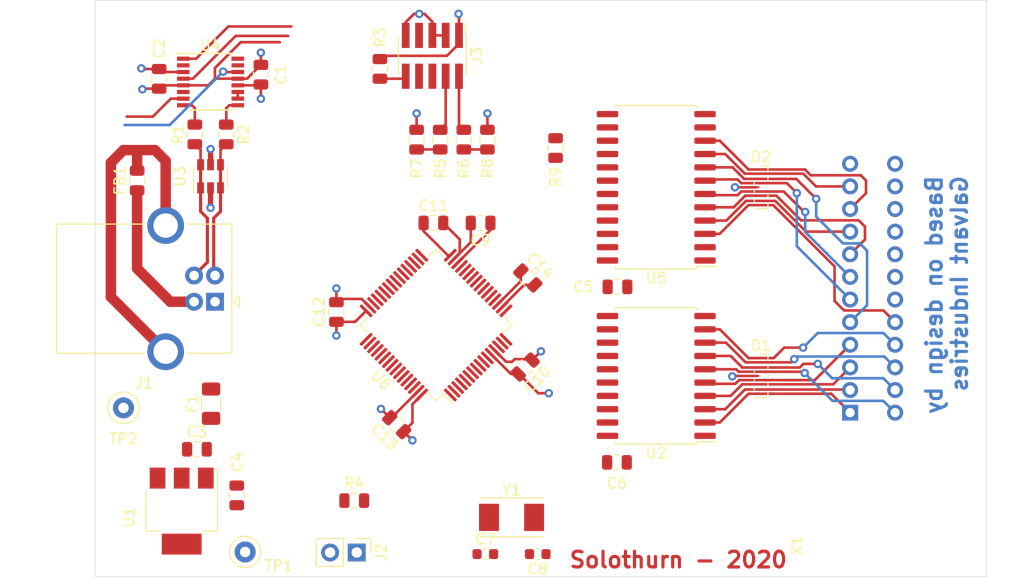
<source format=kicad_pcb>
(kicad_pcb (version 20171130) (host pcbnew "(5.1.6)-1")

  (general
    (thickness 1.6)
    (drawings 7)
    (tracks 287)
    (zones 0)
    (modules 40)
    (nets 103)
  )

  (page A4)
  (title_block
    (title "GPIB / IEEE 488 to USB Serial Adapter")
    (date 2020-08-22)
    (rev 0)
    (company SBE)
    (comment 2 "Based on design by Galvant Industries")
  )

  (layers
    (0 F.Cu signal)
    (31 B.Cu signal)
    (32 B.Adhes user)
    (33 F.Adhes user)
    (34 B.Paste user)
    (35 F.Paste user)
    (36 B.SilkS user)
    (37 F.SilkS user)
    (38 B.Mask user)
    (39 F.Mask user)
    (40 Dwgs.User user)
    (41 Cmts.User user)
    (42 Eco1.User user)
    (43 Eco2.User user)
    (44 Edge.Cuts user)
    (45 Margin user)
    (46 B.CrtYd user)
    (47 F.CrtYd user)
    (48 B.Fab user)
    (49 F.Fab user hide)
  )

  (setup
    (last_trace_width 0.25)
    (trace_clearance 0.15)
    (zone_clearance 0.508)
    (zone_45_only no)
    (trace_min 0.2)
    (via_size 0.8)
    (via_drill 0.4)
    (via_min_size 0.4)
    (via_min_drill 0.3)
    (uvia_size 0.3)
    (uvia_drill 0.1)
    (uvias_allowed no)
    (uvia_min_size 0.2)
    (uvia_min_drill 0.1)
    (edge_width 0.05)
    (segment_width 0.2)
    (pcb_text_width 0.3)
    (pcb_text_size 1.5 1.5)
    (mod_edge_width 0.12)
    (mod_text_size 1 1)
    (mod_text_width 0.15)
    (pad_size 1.524 1.524)
    (pad_drill 0.762)
    (pad_to_mask_clearance 0.05)
    (aux_axis_origin 0 0)
    (grid_origin 105 92.5)
    (visible_elements 7FFFFFFF)
    (pcbplotparams
      (layerselection 0x010fc_ffffffff)
      (usegerberextensions false)
      (usegerberattributes true)
      (usegerberadvancedattributes true)
      (creategerberjobfile true)
      (excludeedgelayer true)
      (linewidth 0.100000)
      (plotframeref false)
      (viasonmask false)
      (mode 1)
      (useauxorigin false)
      (hpglpennumber 1)
      (hpglpenspeed 20)
      (hpglpendiameter 15.000000)
      (psnegative false)
      (psa4output false)
      (plotreference true)
      (plotvalue true)
      (plotinvisibletext false)
      (padsonsilk false)
      (subtractmaskfromsilk false)
      (outputformat 1)
      (mirror false)
      (drillshape 1)
      (scaleselection 1)
      (outputdirectory ""))
  )

  (net 0 "")
  (net 1 GND)
  (net 2 +5V)
  (net 3 +3V3)
  (net 4 VCCQ)
  (net 5 conDIO1)
  (net 6 conDIO2)
  (net 7 conDIO3)
  (net 8 conDIO4)
  (net 9 conDIO5)
  (net 10 conDIO6)
  (net 11 conDIO7)
  (net 12 conDIO8)
  (net 13 conSRQ)
  (net 14 conATN)
  (net 15 conEOI)
  (net 16 conDAV)
  (net 17 conNRFD)
  (net 18 conNDAC)
  (net 19 conIFC)
  (net 20 conREN)
  (net 21 VBUS)
  (net 22 "Net-(FB1-Pad2)")
  (net 23 /USB_D-)
  (net 24 /USB_D+)
  (net 25 BOOT0)
  (net 26 "Net-(J3-Pad6)")
  (net 27 "Net-(J3-Pad7)")
  (net 28 "Net-(J3-Pad8)")
  (net 29 ~RST~)
  (net 30 /USB_ftdi_D+)
  (net 31 /USB_ftdi_D-)
  (net 32 TCK)
  (net 33 TMS)
  (net 34 BOOT1)
  (net 35 TE)
  (net 36 ~PE~)
  (net 37 DIO8)
  (net 38 DIO7)
  (net 39 DIO6)
  (net 40 DIO5)
  (net 41 DIO4)
  (net 42 DIO3)
  (net 43 DIO2)
  (net 44 DIO1)
  (net 45 "Net-(U4-Pad16)")
  (net 46 SC)
  (net 47 DC)
  (net 48 SRQ)
  (net 49 ATN)
  (net 50 EOI)
  (net 51 DAV)
  (net 52 NRFD)
  (net 53 NDAC)
  (net 54 IFC)
  (net 55 REN)
  (net 56 "Net-(U6-Pad2)")
  (net 57 "Net-(U6-Pad3)")
  (net 58 "Net-(U6-Pad4)")
  (net 59 "Net-(U6-Pad14)")
  (net 60 "Net-(U6-Pad15)")
  (net 61 USART2_TX)
  (net 62 USART2_RX)
  (net 63 "Net-(U6-Pad20)")
  (net 64 "Net-(U6-Pad21)")
  (net 65 "Net-(U6-Pad22)")
  (net 66 "Net-(U6-Pad23)")
  (net 67 "Net-(U6-Pad26)")
  (net 68 "Net-(U6-Pad27)")
  (net 69 "Net-(U6-Pad29)")
  (net 70 "Net-(U6-Pad33)")
  (net 71 "Net-(U6-Pad34)")
  (net 72 "Net-(U6-Pad35)")
  (net 73 "Net-(U6-Pad36)")
  (net 74 "Net-(U6-Pad39)")
  (net 75 "Net-(U6-Pad40)")
  (net 76 "Net-(U6-Pad41)")
  (net 77 "Net-(U6-Pad42)")
  (net 78 "Net-(U6-Pad43)")
  (net 79 "Net-(U6-Pad44)")
  (net 80 "Net-(U6-Pad45)")
  (net 81 "Net-(U6-Pad50)")
  (net 82 "Net-(U6-Pad51)")
  (net 83 "Net-(U6-Pad52)")
  (net 84 "Net-(U6-Pad53)")
  (net 85 "Net-(U6-Pad54)")
  (net 86 "Net-(U6-Pad55)")
  (net 87 "Net-(U6-Pad56)")
  (net 88 "Net-(U6-Pad57)")
  (net 89 "Net-(U6-Pad58)")
  (net 90 "Net-(U6-Pad59)")
  (net 91 "Net-(U6-Pad61)")
  (net 92 "Net-(U6-Pad62)")
  (net 93 /CK+)
  (net 94 /CK-)
  (net 95 /cTMS)
  (net 96 /cTCK)
  (net 97 "Net-(U4-Pad2)")
  (net 98 "Net-(U4-Pad6)")
  (net 99 TXLED)
  (net 100 +3.3VP)
  (net 101 RXLED)
  (net 102 "Net-(U4-Pad15)")

  (net_class Default "This is the default net class."
    (clearance 0.15)
    (trace_width 0.25)
    (via_dia 0.8)
    (via_drill 0.4)
    (uvia_dia 0.3)
    (uvia_drill 0.1)
    (add_net +3.3VP)
    (add_net +3V3)
    (add_net +5V)
    (add_net /CK+)
    (add_net /CK-)
    (add_net /USB_D+)
    (add_net /USB_D-)
    (add_net /USB_ftdi_D+)
    (add_net /USB_ftdi_D-)
    (add_net /cTCK)
    (add_net /cTMS)
    (add_net ATN)
    (add_net BOOT0)
    (add_net BOOT1)
    (add_net DAV)
    (add_net DC)
    (add_net DIO1)
    (add_net DIO2)
    (add_net DIO3)
    (add_net DIO4)
    (add_net DIO5)
    (add_net DIO6)
    (add_net DIO7)
    (add_net DIO8)
    (add_net EOI)
    (add_net GND)
    (add_net IFC)
    (add_net NDAC)
    (add_net NRFD)
    (add_net "Net-(FB1-Pad2)")
    (add_net "Net-(J3-Pad6)")
    (add_net "Net-(J3-Pad7)")
    (add_net "Net-(J3-Pad8)")
    (add_net "Net-(U4-Pad15)")
    (add_net "Net-(U4-Pad16)")
    (add_net "Net-(U4-Pad2)")
    (add_net "Net-(U4-Pad6)")
    (add_net "Net-(U6-Pad14)")
    (add_net "Net-(U6-Pad15)")
    (add_net "Net-(U6-Pad2)")
    (add_net "Net-(U6-Pad20)")
    (add_net "Net-(U6-Pad21)")
    (add_net "Net-(U6-Pad22)")
    (add_net "Net-(U6-Pad23)")
    (add_net "Net-(U6-Pad26)")
    (add_net "Net-(U6-Pad27)")
    (add_net "Net-(U6-Pad29)")
    (add_net "Net-(U6-Pad3)")
    (add_net "Net-(U6-Pad33)")
    (add_net "Net-(U6-Pad34)")
    (add_net "Net-(U6-Pad35)")
    (add_net "Net-(U6-Pad36)")
    (add_net "Net-(U6-Pad39)")
    (add_net "Net-(U6-Pad4)")
    (add_net "Net-(U6-Pad40)")
    (add_net "Net-(U6-Pad41)")
    (add_net "Net-(U6-Pad42)")
    (add_net "Net-(U6-Pad43)")
    (add_net "Net-(U6-Pad44)")
    (add_net "Net-(U6-Pad45)")
    (add_net "Net-(U6-Pad50)")
    (add_net "Net-(U6-Pad51)")
    (add_net "Net-(U6-Pad52)")
    (add_net "Net-(U6-Pad53)")
    (add_net "Net-(U6-Pad54)")
    (add_net "Net-(U6-Pad55)")
    (add_net "Net-(U6-Pad56)")
    (add_net "Net-(U6-Pad57)")
    (add_net "Net-(U6-Pad58)")
    (add_net "Net-(U6-Pad59)")
    (add_net "Net-(U6-Pad61)")
    (add_net "Net-(U6-Pad62)")
    (add_net REN)
    (add_net RXLED)
    (add_net SC)
    (add_net SRQ)
    (add_net TCK)
    (add_net TE)
    (add_net TMS)
    (add_net TXLED)
    (add_net USART2_RX)
    (add_net USART2_TX)
    (add_net VBUS)
    (add_net VCCQ)
    (add_net conATN)
    (add_net conDAV)
    (add_net conDIO1)
    (add_net conDIO2)
    (add_net conDIO3)
    (add_net conDIO4)
    (add_net conDIO5)
    (add_net conDIO6)
    (add_net conDIO7)
    (add_net conDIO8)
    (add_net conEOI)
    (add_net conIFC)
    (add_net conNDAC)
    (add_net conNRFD)
    (add_net conREN)
    (add_net conSRQ)
    (add_net ~PE~)
    (add_net ~RST~)
  )

  (module Package_TO_SOT_SMD:SOT-23-6 (layer F.Cu) (tedit 5A02FF57) (tstamp 5F4165B7)
    (at 116 81.8 90)
    (descr "6-pin SOT-23 package")
    (tags SOT-23-6)
    (path /5F3D8535)
    (attr smd)
    (fp_text reference U3 (at 0 -2.9 90) (layer F.SilkS)
      (effects (font (size 1 1) (thickness 0.15)))
    )
    (fp_text value WE-TVS-82400102 (at 0 2.9 90) (layer F.Fab)
      (effects (font (size 1 1) (thickness 0.15)))
    )
    (fp_line (start -0.9 1.61) (end 0.9 1.61) (layer F.SilkS) (width 0.12))
    (fp_line (start 0.9 -1.61) (end -1.55 -1.61) (layer F.SilkS) (width 0.12))
    (fp_line (start 1.9 -1.8) (end -1.9 -1.8) (layer F.CrtYd) (width 0.05))
    (fp_line (start 1.9 1.8) (end 1.9 -1.8) (layer F.CrtYd) (width 0.05))
    (fp_line (start -1.9 1.8) (end 1.9 1.8) (layer F.CrtYd) (width 0.05))
    (fp_line (start -1.9 -1.8) (end -1.9 1.8) (layer F.CrtYd) (width 0.05))
    (fp_line (start -0.9 -0.9) (end -0.25 -1.55) (layer F.Fab) (width 0.1))
    (fp_line (start 0.9 -1.55) (end -0.25 -1.55) (layer F.Fab) (width 0.1))
    (fp_line (start -0.9 -0.9) (end -0.9 1.55) (layer F.Fab) (width 0.1))
    (fp_line (start 0.9 1.55) (end -0.9 1.55) (layer F.Fab) (width 0.1))
    (fp_line (start 0.9 -1.55) (end 0.9 1.55) (layer F.Fab) (width 0.1))
    (fp_text user %R (at 0 0) (layer F.Fab)
      (effects (font (size 0.5 0.5) (thickness 0.075)))
    )
    (pad 1 smd rect (at -1.1 -0.95 90) (size 1.06 0.65) (layers F.Cu F.Paste F.Mask)
      (net 24 /USB_D+))
    (pad 2 smd rect (at -1.1 0 90) (size 1.06 0.65) (layers F.Cu F.Paste F.Mask)
      (net 1 GND))
    (pad 3 smd rect (at -1.1 0.95 90) (size 1.06 0.65) (layers F.Cu F.Paste F.Mask)
      (net 23 /USB_D-))
    (pad 4 smd rect (at 1.1 0.95 90) (size 1.06 0.65) (layers F.Cu F.Paste F.Mask)
      (net 23 /USB_D-))
    (pad 6 smd rect (at 1.1 -0.95 90) (size 1.06 0.65) (layers F.Cu F.Paste F.Mask)
      (net 24 /USB_D+))
    (pad 5 smd rect (at 1.1 0 90) (size 1.06 0.65) (layers F.Cu F.Paste F.Mask)
      (net 21 VBUS))
    (model ${KISYS3DMOD}/Package_TO_SOT_SMD.3dshapes/SOT-23-6.wrl
      (at (xyz 0 0 0))
      (scale (xyz 1 1 1))
      (rotate (xyz 0 0 0))
    )
  )

  (module Package_QFP:LQFP-64_10x10mm_P0.5mm (layer F.Cu) (tedit 5D9F72AF) (tstamp 5F41667B)
    (at 137.5 96 135)
    (descr "LQFP, 64 Pin (https://www.analog.com/media/en/technical-documentation/data-sheets/ad7606_7606-6_7606-4.pdf), generated with kicad-footprint-generator ipc_gullwing_generator.py")
    (tags "LQFP QFP")
    (path /5F3F4D20)
    (attr smd)
    (fp_text reference U6 (at 0 -7.4 135) (layer F.SilkS)
      (effects (font (size 1 1) (thickness 0.15)))
    )
    (fp_text value STM32F410RBTx (at 0 7.4 135) (layer F.Fab)
      (effects (font (size 1 1) (thickness 0.15)))
    )
    (fp_line (start 4.16 5.11) (end 5.11 5.11) (layer F.SilkS) (width 0.12))
    (fp_line (start 5.11 5.11) (end 5.11 4.16) (layer F.SilkS) (width 0.12))
    (fp_line (start -4.16 5.11) (end -5.11 5.11) (layer F.SilkS) (width 0.12))
    (fp_line (start -5.11 5.11) (end -5.11 4.16) (layer F.SilkS) (width 0.12))
    (fp_line (start 4.16 -5.11) (end 5.11 -5.11) (layer F.SilkS) (width 0.12))
    (fp_line (start 5.11 -5.11) (end 5.11 -4.16) (layer F.SilkS) (width 0.12))
    (fp_line (start -4.16 -5.11) (end -5.11 -5.11) (layer F.SilkS) (width 0.12))
    (fp_line (start -5.11 -5.11) (end -5.11 -4.16) (layer F.SilkS) (width 0.12))
    (fp_line (start -5.11 -4.16) (end -6.45 -4.16) (layer F.SilkS) (width 0.12))
    (fp_line (start -4 -5) (end 5 -5) (layer F.Fab) (width 0.1))
    (fp_line (start 5 -5) (end 5 5) (layer F.Fab) (width 0.1))
    (fp_line (start 5 5) (end -5 5) (layer F.Fab) (width 0.1))
    (fp_line (start -5 5) (end -5 -4) (layer F.Fab) (width 0.1))
    (fp_line (start -5 -4) (end -4 -5) (layer F.Fab) (width 0.1))
    (fp_line (start 0 -6.7) (end -4.15 -6.7) (layer F.CrtYd) (width 0.05))
    (fp_line (start -4.15 -6.7) (end -4.15 -5.25) (layer F.CrtYd) (width 0.05))
    (fp_line (start -4.15 -5.25) (end -5.25 -5.25) (layer F.CrtYd) (width 0.05))
    (fp_line (start -5.25 -5.25) (end -5.25 -4.15) (layer F.CrtYd) (width 0.05))
    (fp_line (start -5.25 -4.15) (end -6.7 -4.15) (layer F.CrtYd) (width 0.05))
    (fp_line (start -6.7 -4.15) (end -6.7 0) (layer F.CrtYd) (width 0.05))
    (fp_line (start 0 -6.7) (end 4.15 -6.7) (layer F.CrtYd) (width 0.05))
    (fp_line (start 4.15 -6.7) (end 4.15 -5.25) (layer F.CrtYd) (width 0.05))
    (fp_line (start 4.15 -5.25) (end 5.25 -5.25) (layer F.CrtYd) (width 0.05))
    (fp_line (start 5.25 -5.25) (end 5.25 -4.15) (layer F.CrtYd) (width 0.05))
    (fp_line (start 5.25 -4.15) (end 6.7 -4.15) (layer F.CrtYd) (width 0.05))
    (fp_line (start 6.7 -4.15) (end 6.7 0) (layer F.CrtYd) (width 0.05))
    (fp_line (start 0 6.7) (end -4.15 6.7) (layer F.CrtYd) (width 0.05))
    (fp_line (start -4.15 6.7) (end -4.15 5.25) (layer F.CrtYd) (width 0.05))
    (fp_line (start -4.15 5.25) (end -5.25 5.25) (layer F.CrtYd) (width 0.05))
    (fp_line (start -5.25 5.25) (end -5.25 4.15) (layer F.CrtYd) (width 0.05))
    (fp_line (start -5.25 4.15) (end -6.7 4.15) (layer F.CrtYd) (width 0.05))
    (fp_line (start -6.7 4.15) (end -6.7 0) (layer F.CrtYd) (width 0.05))
    (fp_line (start 0 6.7) (end 4.15 6.7) (layer F.CrtYd) (width 0.05))
    (fp_line (start 4.15 6.7) (end 4.15 5.25) (layer F.CrtYd) (width 0.05))
    (fp_line (start 4.15 5.25) (end 5.25 5.25) (layer F.CrtYd) (width 0.05))
    (fp_line (start 5.25 5.25) (end 5.25 4.15) (layer F.CrtYd) (width 0.05))
    (fp_line (start 5.25 4.15) (end 6.7 4.15) (layer F.CrtYd) (width 0.05))
    (fp_line (start 6.7 4.15) (end 6.7 0) (layer F.CrtYd) (width 0.05))
    (fp_text user %R (at 0 0 135) (layer F.Fab)
      (effects (font (size 1 1) (thickness 0.15)))
    )
    (pad 1 smd roundrect (at -5.675 -3.75 135) (size 1.55 0.3) (layers F.Cu F.Paste F.Mask) (roundrect_rratio 0.25)
      (net 3 +3V3))
    (pad 2 smd roundrect (at -5.675 -3.25 135) (size 1.55 0.3) (layers F.Cu F.Paste F.Mask) (roundrect_rratio 0.25)
      (net 56 "Net-(U6-Pad2)"))
    (pad 3 smd roundrect (at -5.675 -2.75 135) (size 1.55 0.3) (layers F.Cu F.Paste F.Mask) (roundrect_rratio 0.25)
      (net 57 "Net-(U6-Pad3)"))
    (pad 4 smd roundrect (at -5.675 -2.25 135) (size 1.55 0.3) (layers F.Cu F.Paste F.Mask) (roundrect_rratio 0.25)
      (net 58 "Net-(U6-Pad4)"))
    (pad 5 smd roundrect (at -5.675 -1.75 135) (size 1.55 0.3) (layers F.Cu F.Paste F.Mask) (roundrect_rratio 0.25)
      (net 93 /CK+))
    (pad 6 smd roundrect (at -5.675 -1.25 135) (size 1.55 0.3) (layers F.Cu F.Paste F.Mask) (roundrect_rratio 0.25)
      (net 94 /CK-))
    (pad 7 smd roundrect (at -5.675 -0.75 135) (size 1.55 0.3) (layers F.Cu F.Paste F.Mask) (roundrect_rratio 0.25)
      (net 29 ~RST~))
    (pad 8 smd roundrect (at -5.675 -0.25 135) (size 1.55 0.3) (layers F.Cu F.Paste F.Mask) (roundrect_rratio 0.25)
      (net 44 DIO1))
    (pad 9 smd roundrect (at -5.675 0.25 135) (size 1.55 0.3) (layers F.Cu F.Paste F.Mask) (roundrect_rratio 0.25)
      (net 43 DIO2))
    (pad 10 smd roundrect (at -5.675 0.75 135) (size 1.55 0.3) (layers F.Cu F.Paste F.Mask) (roundrect_rratio 0.25)
      (net 42 DIO3))
    (pad 11 smd roundrect (at -5.675 1.25 135) (size 1.55 0.3) (layers F.Cu F.Paste F.Mask) (roundrect_rratio 0.25)
      (net 41 DIO4))
    (pad 12 smd roundrect (at -5.675 1.75 135) (size 1.55 0.3) (layers F.Cu F.Paste F.Mask) (roundrect_rratio 0.25)
      (net 1 GND))
    (pad 13 smd roundrect (at -5.675 2.25 135) (size 1.55 0.3) (layers F.Cu F.Paste F.Mask) (roundrect_rratio 0.25)
      (net 3 +3V3))
    (pad 14 smd roundrect (at -5.675 2.75 135) (size 1.55 0.3) (layers F.Cu F.Paste F.Mask) (roundrect_rratio 0.25)
      (net 59 "Net-(U6-Pad14)"))
    (pad 15 smd roundrect (at -5.675 3.25 135) (size 1.55 0.3) (layers F.Cu F.Paste F.Mask) (roundrect_rratio 0.25)
      (net 60 "Net-(U6-Pad15)"))
    (pad 16 smd roundrect (at -5.675 3.75 135) (size 1.55 0.3) (layers F.Cu F.Paste F.Mask) (roundrect_rratio 0.25)
      (net 61 USART2_TX))
    (pad 17 smd roundrect (at -3.75 5.675 135) (size 0.3 1.55) (layers F.Cu F.Paste F.Mask) (roundrect_rratio 0.25)
      (net 62 USART2_RX))
    (pad 18 smd roundrect (at -3.25 5.675 135) (size 0.3 1.55) (layers F.Cu F.Paste F.Mask) (roundrect_rratio 0.25)
      (net 1 GND))
    (pad 19 smd roundrect (at -2.75 5.675 135) (size 0.3 1.55) (layers F.Cu F.Paste F.Mask) (roundrect_rratio 0.25)
      (net 3 +3V3))
    (pad 20 smd roundrect (at -2.25 5.675 135) (size 0.3 1.55) (layers F.Cu F.Paste F.Mask) (roundrect_rratio 0.25)
      (net 63 "Net-(U6-Pad20)"))
    (pad 21 smd roundrect (at -1.75 5.675 135) (size 0.3 1.55) (layers F.Cu F.Paste F.Mask) (roundrect_rratio 0.25)
      (net 64 "Net-(U6-Pad21)"))
    (pad 22 smd roundrect (at -1.25 5.675 135) (size 0.3 1.55) (layers F.Cu F.Paste F.Mask) (roundrect_rratio 0.25)
      (net 65 "Net-(U6-Pad22)"))
    (pad 23 smd roundrect (at -0.75 5.675 135) (size 0.3 1.55) (layers F.Cu F.Paste F.Mask) (roundrect_rratio 0.25)
      (net 66 "Net-(U6-Pad23)"))
    (pad 24 smd roundrect (at -0.25 5.675 135) (size 0.3 1.55) (layers F.Cu F.Paste F.Mask) (roundrect_rratio 0.25)
      (net 40 DIO5))
    (pad 25 smd roundrect (at 0.25 5.675 135) (size 0.3 1.55) (layers F.Cu F.Paste F.Mask) (roundrect_rratio 0.25)
      (net 39 DIO6))
    (pad 26 smd roundrect (at 0.75 5.675 135) (size 0.3 1.55) (layers F.Cu F.Paste F.Mask) (roundrect_rratio 0.25)
      (net 67 "Net-(U6-Pad26)"))
    (pad 27 smd roundrect (at 1.25 5.675 135) (size 0.3 1.55) (layers F.Cu F.Paste F.Mask) (roundrect_rratio 0.25)
      (net 68 "Net-(U6-Pad27)"))
    (pad 28 smd roundrect (at 1.75 5.675 135) (size 0.3 1.55) (layers F.Cu F.Paste F.Mask) (roundrect_rratio 0.25)
      (net 34 BOOT1))
    (pad 29 smd roundrect (at 2.25 5.675 135) (size 0.3 1.55) (layers F.Cu F.Paste F.Mask) (roundrect_rratio 0.25)
      (net 69 "Net-(U6-Pad29)"))
    (pad 30 smd roundrect (at 2.75 5.675 135) (size 0.3 1.55) (layers F.Cu F.Paste F.Mask) (roundrect_rratio 0.25)
      (net 4 VCCQ))
    (pad 31 smd roundrect (at 3.25 5.675 135) (size 0.3 1.55) (layers F.Cu F.Paste F.Mask) (roundrect_rratio 0.25)
      (net 1 GND))
    (pad 32 smd roundrect (at 3.75 5.675 135) (size 0.3 1.55) (layers F.Cu F.Paste F.Mask) (roundrect_rratio 0.25)
      (net 3 +3V3))
    (pad 33 smd roundrect (at 5.675 3.75 135) (size 1.55 0.3) (layers F.Cu F.Paste F.Mask) (roundrect_rratio 0.25)
      (net 70 "Net-(U6-Pad33)"))
    (pad 34 smd roundrect (at 5.675 3.25 135) (size 1.55 0.3) (layers F.Cu F.Paste F.Mask) (roundrect_rratio 0.25)
      (net 71 "Net-(U6-Pad34)"))
    (pad 35 smd roundrect (at 5.675 2.75 135) (size 1.55 0.3) (layers F.Cu F.Paste F.Mask) (roundrect_rratio 0.25)
      (net 72 "Net-(U6-Pad35)"))
    (pad 36 smd roundrect (at 5.675 2.25 135) (size 1.55 0.3) (layers F.Cu F.Paste F.Mask) (roundrect_rratio 0.25)
      (net 73 "Net-(U6-Pad36)"))
    (pad 37 smd roundrect (at 5.675 1.75 135) (size 1.55 0.3) (layers F.Cu F.Paste F.Mask) (roundrect_rratio 0.25)
      (net 38 DIO7))
    (pad 38 smd roundrect (at 5.675 1.25 135) (size 1.55 0.3) (layers F.Cu F.Paste F.Mask) (roundrect_rratio 0.25)
      (net 37 DIO8))
    (pad 39 smd roundrect (at 5.675 0.75 135) (size 1.55 0.3) (layers F.Cu F.Paste F.Mask) (roundrect_rratio 0.25)
      (net 74 "Net-(U6-Pad39)"))
    (pad 40 smd roundrect (at 5.675 0.25 135) (size 1.55 0.3) (layers F.Cu F.Paste F.Mask) (roundrect_rratio 0.25)
      (net 75 "Net-(U6-Pad40)"))
    (pad 41 smd roundrect (at 5.675 -0.25 135) (size 1.55 0.3) (layers F.Cu F.Paste F.Mask) (roundrect_rratio 0.25)
      (net 76 "Net-(U6-Pad41)"))
    (pad 42 smd roundrect (at 5.675 -0.75 135) (size 1.55 0.3) (layers F.Cu F.Paste F.Mask) (roundrect_rratio 0.25)
      (net 77 "Net-(U6-Pad42)"))
    (pad 43 smd roundrect (at 5.675 -1.25 135) (size 1.55 0.3) (layers F.Cu F.Paste F.Mask) (roundrect_rratio 0.25)
      (net 78 "Net-(U6-Pad43)"))
    (pad 44 smd roundrect (at 5.675 -1.75 135) (size 1.55 0.3) (layers F.Cu F.Paste F.Mask) (roundrect_rratio 0.25)
      (net 79 "Net-(U6-Pad44)"))
    (pad 45 smd roundrect (at 5.675 -2.25 135) (size 1.55 0.3) (layers F.Cu F.Paste F.Mask) (roundrect_rratio 0.25)
      (net 80 "Net-(U6-Pad45)"))
    (pad 46 smd roundrect (at 5.675 -2.75 135) (size 1.55 0.3) (layers F.Cu F.Paste F.Mask) (roundrect_rratio 0.25)
      (net 33 TMS))
    (pad 47 smd roundrect (at 5.675 -3.25 135) (size 1.55 0.3) (layers F.Cu F.Paste F.Mask) (roundrect_rratio 0.25)
      (net 1 GND))
    (pad 48 smd roundrect (at 5.675 -3.75 135) (size 1.55 0.3) (layers F.Cu F.Paste F.Mask) (roundrect_rratio 0.25)
      (net 3 +3V3))
    (pad 49 smd roundrect (at 3.75 -5.675 135) (size 0.3 1.55) (layers F.Cu F.Paste F.Mask) (roundrect_rratio 0.25)
      (net 32 TCK))
    (pad 50 smd roundrect (at 3.25 -5.675 135) (size 0.3 1.55) (layers F.Cu F.Paste F.Mask) (roundrect_rratio 0.25)
      (net 81 "Net-(U6-Pad50)"))
    (pad 51 smd roundrect (at 2.75 -5.675 135) (size 0.3 1.55) (layers F.Cu F.Paste F.Mask) (roundrect_rratio 0.25)
      (net 82 "Net-(U6-Pad51)"))
    (pad 52 smd roundrect (at 2.25 -5.675 135) (size 0.3 1.55) (layers F.Cu F.Paste F.Mask) (roundrect_rratio 0.25)
      (net 83 "Net-(U6-Pad52)"))
    (pad 53 smd roundrect (at 1.75 -5.675 135) (size 0.3 1.55) (layers F.Cu F.Paste F.Mask) (roundrect_rratio 0.25)
      (net 84 "Net-(U6-Pad53)"))
    (pad 54 smd roundrect (at 1.25 -5.675 135) (size 0.3 1.55) (layers F.Cu F.Paste F.Mask) (roundrect_rratio 0.25)
      (net 85 "Net-(U6-Pad54)"))
    (pad 55 smd roundrect (at 0.75 -5.675 135) (size 0.3 1.55) (layers F.Cu F.Paste F.Mask) (roundrect_rratio 0.25)
      (net 86 "Net-(U6-Pad55)"))
    (pad 56 smd roundrect (at 0.25 -5.675 135) (size 0.3 1.55) (layers F.Cu F.Paste F.Mask) (roundrect_rratio 0.25)
      (net 87 "Net-(U6-Pad56)"))
    (pad 57 smd roundrect (at -0.25 -5.675 135) (size 0.3 1.55) (layers F.Cu F.Paste F.Mask) (roundrect_rratio 0.25)
      (net 88 "Net-(U6-Pad57)"))
    (pad 58 smd roundrect (at -0.75 -5.675 135) (size 0.3 1.55) (layers F.Cu F.Paste F.Mask) (roundrect_rratio 0.25)
      (net 89 "Net-(U6-Pad58)"))
    (pad 59 smd roundrect (at -1.25 -5.675 135) (size 0.3 1.55) (layers F.Cu F.Paste F.Mask) (roundrect_rratio 0.25)
      (net 90 "Net-(U6-Pad59)"))
    (pad 60 smd roundrect (at -1.75 -5.675 135) (size 0.3 1.55) (layers F.Cu F.Paste F.Mask) (roundrect_rratio 0.25)
      (net 25 BOOT0))
    (pad 61 smd roundrect (at -2.25 -5.675 135) (size 0.3 1.55) (layers F.Cu F.Paste F.Mask) (roundrect_rratio 0.25)
      (net 91 "Net-(U6-Pad61)"))
    (pad 62 smd roundrect (at -2.75 -5.675 135) (size 0.3 1.55) (layers F.Cu F.Paste F.Mask) (roundrect_rratio 0.25)
      (net 92 "Net-(U6-Pad62)"))
    (pad 63 smd roundrect (at -3.25 -5.675 135) (size 0.3 1.55) (layers F.Cu F.Paste F.Mask) (roundrect_rratio 0.25)
      (net 1 GND))
    (pad 64 smd roundrect (at -3.75 -5.675 135) (size 0.3 1.55) (layers F.Cu F.Paste F.Mask) (roundrect_rratio 0.25)
      (net 3 +3V3))
    (model ${KISYS3DMOD}/Package_QFP.3dshapes/LQFP-64_10x10mm_P0.5mm.wrl
      (at (xyz 0 0 0))
      (scale (xyz 1 1 1))
      (rotate (xyz 0 0 0))
    )
  )

  (module Capacitor_SMD:C_0805_2012Metric (layer F.Cu) (tedit 5B36C52B) (tstamp 5F4162FC)
    (at 120.8 72.1 90)
    (descr "Capacitor SMD 0805 (2012 Metric), square (rectangular) end terminal, IPC_7351 nominal, (Body size source: https://docs.google.com/spreadsheets/d/1BsfQQcO9C6DZCsRaXUlFlo91Tg2WpOkGARC1WS5S8t0/edit?usp=sharing), generated with kicad-footprint-generator")
    (tags capacitor)
    (path /5F44C726)
    (attr smd)
    (fp_text reference C1 (at 0 1.9 90) (layer F.SilkS)
      (effects (font (size 1 1) (thickness 0.15)))
    )
    (fp_text value 0.1uF (at 0 1.65 90) (layer F.Fab)
      (effects (font (size 1 1) (thickness 0.15)))
    )
    (fp_line (start 1.68 0.95) (end -1.68 0.95) (layer F.CrtYd) (width 0.05))
    (fp_line (start 1.68 -0.95) (end 1.68 0.95) (layer F.CrtYd) (width 0.05))
    (fp_line (start -1.68 -0.95) (end 1.68 -0.95) (layer F.CrtYd) (width 0.05))
    (fp_line (start -1.68 0.95) (end -1.68 -0.95) (layer F.CrtYd) (width 0.05))
    (fp_line (start -0.258578 0.71) (end 0.258578 0.71) (layer F.SilkS) (width 0.12))
    (fp_line (start -0.258578 -0.71) (end 0.258578 -0.71) (layer F.SilkS) (width 0.12))
    (fp_line (start 1 0.6) (end -1 0.6) (layer F.Fab) (width 0.1))
    (fp_line (start 1 -0.6) (end 1 0.6) (layer F.Fab) (width 0.1))
    (fp_line (start -1 -0.6) (end 1 -0.6) (layer F.Fab) (width 0.1))
    (fp_line (start -1 0.6) (end -1 -0.6) (layer F.Fab) (width 0.1))
    (fp_text user %R (at 0 0 90) (layer F.Fab)
      (effects (font (size 0.5 0.5) (thickness 0.08)))
    )
    (pad 2 smd roundrect (at 0.9375 0 90) (size 0.975 1.4) (layers F.Cu F.Paste F.Mask) (roundrect_rratio 0.25)
      (net 1 GND))
    (pad 1 smd roundrect (at -0.9375 0 90) (size 0.975 1.4) (layers F.Cu F.Paste F.Mask) (roundrect_rratio 0.25)
      (net 2 +5V))
    (model ${KISYS3DMOD}/Capacitor_SMD.3dshapes/C_0805_2012Metric.wrl
      (at (xyz 0 0 0))
      (scale (xyz 1 1 1))
      (rotate (xyz 0 0 0))
    )
  )

  (module Capacitor_SMD:C_0805_2012Metric (layer F.Cu) (tedit 5B36C52B) (tstamp 5F41630D)
    (at 111.1 72.5 270)
    (descr "Capacitor SMD 0805 (2012 Metric), square (rectangular) end terminal, IPC_7351 nominal, (Body size source: https://docs.google.com/spreadsheets/d/1BsfQQcO9C6DZCsRaXUlFlo91Tg2WpOkGARC1WS5S8t0/edit?usp=sharing), generated with kicad-footprint-generator")
    (tags capacitor)
    (path /5F483F59)
    (attr smd)
    (fp_text reference C2 (at -2.9 0 90) (layer F.SilkS)
      (effects (font (size 1 1) (thickness 0.15)))
    )
    (fp_text value 0.1uF (at 0 1.65 90) (layer F.Fab)
      (effects (font (size 1 1) (thickness 0.15)))
    )
    (fp_line (start 1.68 0.95) (end -1.68 0.95) (layer F.CrtYd) (width 0.05))
    (fp_line (start 1.68 -0.95) (end 1.68 0.95) (layer F.CrtYd) (width 0.05))
    (fp_line (start -1.68 -0.95) (end 1.68 -0.95) (layer F.CrtYd) (width 0.05))
    (fp_line (start -1.68 0.95) (end -1.68 -0.95) (layer F.CrtYd) (width 0.05))
    (fp_line (start -0.258578 0.71) (end 0.258578 0.71) (layer F.SilkS) (width 0.12))
    (fp_line (start -0.258578 -0.71) (end 0.258578 -0.71) (layer F.SilkS) (width 0.12))
    (fp_line (start 1 0.6) (end -1 0.6) (layer F.Fab) (width 0.1))
    (fp_line (start 1 -0.6) (end 1 0.6) (layer F.Fab) (width 0.1))
    (fp_line (start -1 -0.6) (end 1 -0.6) (layer F.Fab) (width 0.1))
    (fp_line (start -1 0.6) (end -1 -0.6) (layer F.Fab) (width 0.1))
    (fp_text user %R (at 0 0 90) (layer F.Fab)
      (effects (font (size 0.5 0.5) (thickness 0.08)))
    )
    (pad 2 smd roundrect (at 0.9375 0 270) (size 0.975 1.4) (layers F.Cu F.Paste F.Mask) (roundrect_rratio 0.25)
      (net 1 GND))
    (pad 1 smd roundrect (at -0.9375 0 270) (size 0.975 1.4) (layers F.Cu F.Paste F.Mask) (roundrect_rratio 0.25)
      (net 3 +3V3))
    (model ${KISYS3DMOD}/Capacitor_SMD.3dshapes/C_0805_2012Metric.wrl
      (at (xyz 0 0 0))
      (scale (xyz 1 1 1))
      (rotate (xyz 0 0 0))
    )
  )

  (module Capacitor_SMD:C_0805_2012Metric (layer F.Cu) (tedit 5B36C52B) (tstamp 5F41631E)
    (at 114.7 107.85)
    (descr "Capacitor SMD 0805 (2012 Metric), square (rectangular) end terminal, IPC_7351 nominal, (Body size source: https://docs.google.com/spreadsheets/d/1BsfQQcO9C6DZCsRaXUlFlo91Tg2WpOkGARC1WS5S8t0/edit?usp=sharing), generated with kicad-footprint-generator")
    (tags capacitor)
    (path /5F472101)
    (attr smd)
    (fp_text reference C3 (at 0 -1.65) (layer F.SilkS)
      (effects (font (size 1 1) (thickness 0.15)))
    )
    (fp_text value 1uF (at 0 1.65) (layer F.Fab)
      (effects (font (size 1 1) (thickness 0.15)))
    )
    (fp_line (start -1 0.6) (end -1 -0.6) (layer F.Fab) (width 0.1))
    (fp_line (start -1 -0.6) (end 1 -0.6) (layer F.Fab) (width 0.1))
    (fp_line (start 1 -0.6) (end 1 0.6) (layer F.Fab) (width 0.1))
    (fp_line (start 1 0.6) (end -1 0.6) (layer F.Fab) (width 0.1))
    (fp_line (start -0.258578 -0.71) (end 0.258578 -0.71) (layer F.SilkS) (width 0.12))
    (fp_line (start -0.258578 0.71) (end 0.258578 0.71) (layer F.SilkS) (width 0.12))
    (fp_line (start -1.68 0.95) (end -1.68 -0.95) (layer F.CrtYd) (width 0.05))
    (fp_line (start -1.68 -0.95) (end 1.68 -0.95) (layer F.CrtYd) (width 0.05))
    (fp_line (start 1.68 -0.95) (end 1.68 0.95) (layer F.CrtYd) (width 0.05))
    (fp_line (start 1.68 0.95) (end -1.68 0.95) (layer F.CrtYd) (width 0.05))
    (fp_text user %R (at 0 0) (layer F.Fab)
      (effects (font (size 0.5 0.5) (thickness 0.08)))
    )
    (pad 1 smd roundrect (at -0.9375 0) (size 0.975 1.4) (layers F.Cu F.Paste F.Mask) (roundrect_rratio 0.25)
      (net 2 +5V))
    (pad 2 smd roundrect (at 0.9375 0) (size 0.975 1.4) (layers F.Cu F.Paste F.Mask) (roundrect_rratio 0.25)
      (net 1 GND))
    (model ${KISYS3DMOD}/Capacitor_SMD.3dshapes/C_0805_2012Metric.wrl
      (at (xyz 0 0 0))
      (scale (xyz 1 1 1))
      (rotate (xyz 0 0 0))
    )
  )

  (module Capacitor_SMD:C_0805_2012Metric (layer F.Cu) (tedit 5B36C52B) (tstamp 5F41632F)
    (at 118.5 112.25 90)
    (descr "Capacitor SMD 0805 (2012 Metric), square (rectangular) end terminal, IPC_7351 nominal, (Body size source: https://docs.google.com/spreadsheets/d/1BsfQQcO9C6DZCsRaXUlFlo91Tg2WpOkGARC1WS5S8t0/edit?usp=sharing), generated with kicad-footprint-generator")
    (tags capacitor)
    (path /5F4821F4)
    (attr smd)
    (fp_text reference C4 (at 3.2 0.1 90) (layer F.SilkS)
      (effects (font (size 1 1) (thickness 0.15)))
    )
    (fp_text value 1uF (at 0 1.65 90) (layer F.Fab)
      (effects (font (size 1 1) (thickness 0.15)))
    )
    (fp_line (start 1.68 0.95) (end -1.68 0.95) (layer F.CrtYd) (width 0.05))
    (fp_line (start 1.68 -0.95) (end 1.68 0.95) (layer F.CrtYd) (width 0.05))
    (fp_line (start -1.68 -0.95) (end 1.68 -0.95) (layer F.CrtYd) (width 0.05))
    (fp_line (start -1.68 0.95) (end -1.68 -0.95) (layer F.CrtYd) (width 0.05))
    (fp_line (start -0.258578 0.71) (end 0.258578 0.71) (layer F.SilkS) (width 0.12))
    (fp_line (start -0.258578 -0.71) (end 0.258578 -0.71) (layer F.SilkS) (width 0.12))
    (fp_line (start 1 0.6) (end -1 0.6) (layer F.Fab) (width 0.1))
    (fp_line (start 1 -0.6) (end 1 0.6) (layer F.Fab) (width 0.1))
    (fp_line (start -1 -0.6) (end 1 -0.6) (layer F.Fab) (width 0.1))
    (fp_line (start -1 0.6) (end -1 -0.6) (layer F.Fab) (width 0.1))
    (fp_text user %R (at 0 0 90) (layer F.Fab)
      (effects (font (size 0.5 0.5) (thickness 0.08)))
    )
    (pad 2 smd roundrect (at 0.9375 0 90) (size 0.975 1.4) (layers F.Cu F.Paste F.Mask) (roundrect_rratio 0.25)
      (net 1 GND))
    (pad 1 smd roundrect (at -0.9375 0 90) (size 0.975 1.4) (layers F.Cu F.Paste F.Mask) (roundrect_rratio 0.25)
      (net 3 +3V3))
    (model ${KISYS3DMOD}/Capacitor_SMD.3dshapes/C_0805_2012Metric.wrl
      (at (xyz 0 0 0))
      (scale (xyz 1 1 1))
      (rotate (xyz 0 0 0))
    )
  )

  (module Capacitor_SMD:C_0805_2012Metric (layer F.Cu) (tedit 5B36C52B) (tstamp 5F416340)
    (at 154.8 92.35)
    (descr "Capacitor SMD 0805 (2012 Metric), square (rectangular) end terminal, IPC_7351 nominal, (Body size source: https://docs.google.com/spreadsheets/d/1BsfQQcO9C6DZCsRaXUlFlo91Tg2WpOkGARC1WS5S8t0/edit?usp=sharing), generated with kicad-footprint-generator")
    (tags capacitor)
    (path /5F48BAE2)
    (attr smd)
    (fp_text reference C5 (at -3.25 0) (layer F.SilkS)
      (effects (font (size 1 1) (thickness 0.15)))
    )
    (fp_text value 0.1uF (at 0 1.65) (layer F.Fab)
      (effects (font (size 1 1) (thickness 0.15)))
    )
    (fp_line (start -1 0.6) (end -1 -0.6) (layer F.Fab) (width 0.1))
    (fp_line (start -1 -0.6) (end 1 -0.6) (layer F.Fab) (width 0.1))
    (fp_line (start 1 -0.6) (end 1 0.6) (layer F.Fab) (width 0.1))
    (fp_line (start 1 0.6) (end -1 0.6) (layer F.Fab) (width 0.1))
    (fp_line (start -0.258578 -0.71) (end 0.258578 -0.71) (layer F.SilkS) (width 0.12))
    (fp_line (start -0.258578 0.71) (end 0.258578 0.71) (layer F.SilkS) (width 0.12))
    (fp_line (start -1.68 0.95) (end -1.68 -0.95) (layer F.CrtYd) (width 0.05))
    (fp_line (start -1.68 -0.95) (end 1.68 -0.95) (layer F.CrtYd) (width 0.05))
    (fp_line (start 1.68 -0.95) (end 1.68 0.95) (layer F.CrtYd) (width 0.05))
    (fp_line (start 1.68 0.95) (end -1.68 0.95) (layer F.CrtYd) (width 0.05))
    (fp_text user %R (at 0 0) (layer F.Fab)
      (effects (font (size 0.5 0.5) (thickness 0.08)))
    )
    (pad 1 smd roundrect (at -0.9375 0) (size 0.975 1.4) (layers F.Cu F.Paste F.Mask) (roundrect_rratio 0.25)
      (net 2 +5V))
    (pad 2 smd roundrect (at 0.9375 0) (size 0.975 1.4) (layers F.Cu F.Paste F.Mask) (roundrect_rratio 0.25)
      (net 1 GND))
    (model ${KISYS3DMOD}/Capacitor_SMD.3dshapes/C_0805_2012Metric.wrl
      (at (xyz 0 0 0))
      (scale (xyz 1 1 1))
      (rotate (xyz 0 0 0))
    )
  )

  (module Capacitor_SMD:C_0805_2012Metric (layer F.Cu) (tedit 5B36C52B) (tstamp 5F416351)
    (at 154.75 109.1)
    (descr "Capacitor SMD 0805 (2012 Metric), square (rectangular) end terminal, IPC_7351 nominal, (Body size source: https://docs.google.com/spreadsheets/d/1BsfQQcO9C6DZCsRaXUlFlo91Tg2WpOkGARC1WS5S8t0/edit?usp=sharing), generated with kicad-footprint-generator")
    (tags capacitor)
    (path /5F484672)
    (attr smd)
    (fp_text reference C6 (at 0 2) (layer F.SilkS)
      (effects (font (size 1 1) (thickness 0.15)))
    )
    (fp_text value 0.1uF (at 0 1.65) (layer F.Fab)
      (effects (font (size 1 1) (thickness 0.15)))
    )
    (fp_line (start -1 0.6) (end -1 -0.6) (layer F.Fab) (width 0.1))
    (fp_line (start -1 -0.6) (end 1 -0.6) (layer F.Fab) (width 0.1))
    (fp_line (start 1 -0.6) (end 1 0.6) (layer F.Fab) (width 0.1))
    (fp_line (start 1 0.6) (end -1 0.6) (layer F.Fab) (width 0.1))
    (fp_line (start -0.258578 -0.71) (end 0.258578 -0.71) (layer F.SilkS) (width 0.12))
    (fp_line (start -0.258578 0.71) (end 0.258578 0.71) (layer F.SilkS) (width 0.12))
    (fp_line (start -1.68 0.95) (end -1.68 -0.95) (layer F.CrtYd) (width 0.05))
    (fp_line (start -1.68 -0.95) (end 1.68 -0.95) (layer F.CrtYd) (width 0.05))
    (fp_line (start 1.68 -0.95) (end 1.68 0.95) (layer F.CrtYd) (width 0.05))
    (fp_line (start 1.68 0.95) (end -1.68 0.95) (layer F.CrtYd) (width 0.05))
    (fp_text user %R (at 0 0) (layer F.Fab)
      (effects (font (size 0.5 0.5) (thickness 0.08)))
    )
    (pad 1 smd roundrect (at -0.9375 0) (size 0.975 1.4) (layers F.Cu F.Paste F.Mask) (roundrect_rratio 0.25)
      (net 2 +5V))
    (pad 2 smd roundrect (at 0.9375 0) (size 0.975 1.4) (layers F.Cu F.Paste F.Mask) (roundrect_rratio 0.25)
      (net 1 GND))
    (model ${KISYS3DMOD}/Capacitor_SMD.3dshapes/C_0805_2012Metric.wrl
      (at (xyz 0 0 0))
      (scale (xyz 1 1 1))
      (rotate (xyz 0 0 0))
    )
  )

  (module Capacitor_SMD:C_0603_1608Metric (layer F.Cu) (tedit 5B301BBE) (tstamp 5F416362)
    (at 142.2 117.85)
    (descr "Capacitor SMD 0603 (1608 Metric), square (rectangular) end terminal, IPC_7351 nominal, (Body size source: http://www.tortai-tech.com/upload/download/2011102023233369053.pdf), generated with kicad-footprint-generator")
    (tags capacitor)
    (path /5F42CB2C)
    (attr smd)
    (fp_text reference C7 (at 0 -1.43) (layer F.SilkS)
      (effects (font (size 1 1) (thickness 0.15)))
    )
    (fp_text value 18pF (at 0 1.43) (layer F.Fab)
      (effects (font (size 1 1) (thickness 0.15)))
    )
    (fp_line (start 1.48 0.73) (end -1.48 0.73) (layer F.CrtYd) (width 0.05))
    (fp_line (start 1.48 -0.73) (end 1.48 0.73) (layer F.CrtYd) (width 0.05))
    (fp_line (start -1.48 -0.73) (end 1.48 -0.73) (layer F.CrtYd) (width 0.05))
    (fp_line (start -1.48 0.73) (end -1.48 -0.73) (layer F.CrtYd) (width 0.05))
    (fp_line (start -0.162779 0.51) (end 0.162779 0.51) (layer F.SilkS) (width 0.12))
    (fp_line (start -0.162779 -0.51) (end 0.162779 -0.51) (layer F.SilkS) (width 0.12))
    (fp_line (start 0.8 0.4) (end -0.8 0.4) (layer F.Fab) (width 0.1))
    (fp_line (start 0.8 -0.4) (end 0.8 0.4) (layer F.Fab) (width 0.1))
    (fp_line (start -0.8 -0.4) (end 0.8 -0.4) (layer F.Fab) (width 0.1))
    (fp_line (start -0.8 0.4) (end -0.8 -0.4) (layer F.Fab) (width 0.1))
    (fp_text user %R (at 0 0) (layer F.Fab)
      (effects (font (size 0.4 0.4) (thickness 0.06)))
    )
    (pad 2 smd roundrect (at 0.7875 0) (size 0.875 0.95) (layers F.Cu F.Paste F.Mask) (roundrect_rratio 0.25)
      (net 1 GND))
    (pad 1 smd roundrect (at -0.7875 0) (size 0.875 0.95) (layers F.Cu F.Paste F.Mask) (roundrect_rratio 0.25)
      (net 93 /CK+))
    (model ${KISYS3DMOD}/Capacitor_SMD.3dshapes/C_0603_1608Metric.wrl
      (at (xyz 0 0 0))
      (scale (xyz 1 1 1))
      (rotate (xyz 0 0 0))
    )
  )

  (module Capacitor_SMD:C_0603_1608Metric (layer F.Cu) (tedit 5B301BBE) (tstamp 5F416373)
    (at 147.2 117.85 180)
    (descr "Capacitor SMD 0603 (1608 Metric), square (rectangular) end terminal, IPC_7351 nominal, (Body size source: http://www.tortai-tech.com/upload/download/2011102023233369053.pdf), generated with kicad-footprint-generator")
    (tags capacitor)
    (path /5F461DE0)
    (attr smd)
    (fp_text reference C8 (at 0 -1.43) (layer F.SilkS)
      (effects (font (size 1 1) (thickness 0.15)))
    )
    (fp_text value 18pF (at 0 1.43) (layer F.Fab)
      (effects (font (size 1 1) (thickness 0.15)))
    )
    (fp_line (start -0.8 0.4) (end -0.8 -0.4) (layer F.Fab) (width 0.1))
    (fp_line (start -0.8 -0.4) (end 0.8 -0.4) (layer F.Fab) (width 0.1))
    (fp_line (start 0.8 -0.4) (end 0.8 0.4) (layer F.Fab) (width 0.1))
    (fp_line (start 0.8 0.4) (end -0.8 0.4) (layer F.Fab) (width 0.1))
    (fp_line (start -0.162779 -0.51) (end 0.162779 -0.51) (layer F.SilkS) (width 0.12))
    (fp_line (start -0.162779 0.51) (end 0.162779 0.51) (layer F.SilkS) (width 0.12))
    (fp_line (start -1.48 0.73) (end -1.48 -0.73) (layer F.CrtYd) (width 0.05))
    (fp_line (start -1.48 -0.73) (end 1.48 -0.73) (layer F.CrtYd) (width 0.05))
    (fp_line (start 1.48 -0.73) (end 1.48 0.73) (layer F.CrtYd) (width 0.05))
    (fp_line (start 1.48 0.73) (end -1.48 0.73) (layer F.CrtYd) (width 0.05))
    (fp_text user %R (at 0 0) (layer F.Fab)
      (effects (font (size 0.4 0.4) (thickness 0.06)))
    )
    (pad 1 smd roundrect (at -0.7875 0 180) (size 0.875 0.95) (layers F.Cu F.Paste F.Mask) (roundrect_rratio 0.25)
      (net 94 /CK-))
    (pad 2 smd roundrect (at 0.7875 0 180) (size 0.875 0.95) (layers F.Cu F.Paste F.Mask) (roundrect_rratio 0.25)
      (net 1 GND))
    (model ${KISYS3DMOD}/Capacitor_SMD.3dshapes/C_0603_1608Metric.wrl
      (at (xyz 0 0 0))
      (scale (xyz 1 1 1))
      (rotate (xyz 0 0 0))
    )
  )

  (module Capacitor_SMD:C_0805_2012Metric (layer F.Cu) (tedit 5B36C52B) (tstamp 5F416384)
    (at 141.75 86.25 180)
    (descr "Capacitor SMD 0805 (2012 Metric), square (rectangular) end terminal, IPC_7351 nominal, (Body size source: https://docs.google.com/spreadsheets/d/1BsfQQcO9C6DZCsRaXUlFlo91Tg2WpOkGARC1WS5S8t0/edit?usp=sharing), generated with kicad-footprint-generator")
    (tags capacitor)
    (path /5F6C51C7)
    (attr smd)
    (fp_text reference C9 (at 0 -1.65) (layer F.SilkS)
      (effects (font (size 1 1) (thickness 0.15)))
    )
    (fp_text value 0.1uF (at 0 1.65) (layer F.Fab)
      (effects (font (size 1 1) (thickness 0.15)))
    )
    (fp_line (start -1 0.6) (end -1 -0.6) (layer F.Fab) (width 0.1))
    (fp_line (start -1 -0.6) (end 1 -0.6) (layer F.Fab) (width 0.1))
    (fp_line (start 1 -0.6) (end 1 0.6) (layer F.Fab) (width 0.1))
    (fp_line (start 1 0.6) (end -1 0.6) (layer F.Fab) (width 0.1))
    (fp_line (start -0.258578 -0.71) (end 0.258578 -0.71) (layer F.SilkS) (width 0.12))
    (fp_line (start -0.258578 0.71) (end 0.258578 0.71) (layer F.SilkS) (width 0.12))
    (fp_line (start -1.68 0.95) (end -1.68 -0.95) (layer F.CrtYd) (width 0.05))
    (fp_line (start -1.68 -0.95) (end 1.68 -0.95) (layer F.CrtYd) (width 0.05))
    (fp_line (start 1.68 -0.95) (end 1.68 0.95) (layer F.CrtYd) (width 0.05))
    (fp_line (start 1.68 0.95) (end -1.68 0.95) (layer F.CrtYd) (width 0.05))
    (fp_text user %R (at 0 0) (layer F.Fab)
      (effects (font (size 0.5 0.5) (thickness 0.08)))
    )
    (pad 1 smd roundrect (at -0.9375 0 180) (size 0.975 1.4) (layers F.Cu F.Paste F.Mask) (roundrect_rratio 0.25)
      (net 4 VCCQ))
    (pad 2 smd roundrect (at 0.9375 0 180) (size 0.975 1.4) (layers F.Cu F.Paste F.Mask) (roundrect_rratio 0.25)
      (net 1 GND))
    (model ${KISYS3DMOD}/Capacitor_SMD.3dshapes/C_0805_2012Metric.wrl
      (at (xyz 0 0 0))
      (scale (xyz 1 1 1))
      (rotate (xyz 0 0 0))
    )
  )

  (module Capacitor_SMD:C_0805_2012Metric (layer F.Cu) (tedit 5B36C52B) (tstamp 5F416395)
    (at 146 100 225)
    (descr "Capacitor SMD 0805 (2012 Metric), square (rectangular) end terminal, IPC_7351 nominal, (Body size source: https://docs.google.com/spreadsheets/d/1BsfQQcO9C6DZCsRaXUlFlo91Tg2WpOkGARC1WS5S8t0/edit?usp=sharing), generated with kicad-footprint-generator")
    (tags capacitor)
    (path /5F633D46)
    (attr smd)
    (fp_text reference C10 (at 0 -1.65 45) (layer F.SilkS)
      (effects (font (size 1 1) (thickness 0.15)))
    )
    (fp_text value 0.1uF (at 0 1.65 45) (layer F.Fab)
      (effects (font (size 1 1) (thickness 0.15)))
    )
    (fp_line (start 1.68 0.95) (end -1.68 0.95) (layer F.CrtYd) (width 0.05))
    (fp_line (start 1.68 -0.95) (end 1.68 0.95) (layer F.CrtYd) (width 0.05))
    (fp_line (start -1.68 -0.95) (end 1.68 -0.95) (layer F.CrtYd) (width 0.05))
    (fp_line (start -1.68 0.95) (end -1.68 -0.95) (layer F.CrtYd) (width 0.05))
    (fp_line (start -0.258578 0.71) (end 0.258578 0.71) (layer F.SilkS) (width 0.12))
    (fp_line (start -0.258578 -0.71) (end 0.258578 -0.71) (layer F.SilkS) (width 0.12))
    (fp_line (start 1 0.6) (end -1 0.6) (layer F.Fab) (width 0.1))
    (fp_line (start 1 -0.6) (end 1 0.6) (layer F.Fab) (width 0.1))
    (fp_line (start -1 -0.6) (end 1 -0.6) (layer F.Fab) (width 0.1))
    (fp_line (start -1 0.6) (end -1 -0.6) (layer F.Fab) (width 0.1))
    (fp_text user %R (at 0 0 45) (layer F.Fab)
      (effects (font (size 0.5 0.5) (thickness 0.08)))
    )
    (pad 2 smd roundrect (at 0.9375 0 225) (size 0.975 1.4) (layers F.Cu F.Paste F.Mask) (roundrect_rratio 0.25)
      (net 1 GND))
    (pad 1 smd roundrect (at -0.9375 0 225) (size 0.975 1.4) (layers F.Cu F.Paste F.Mask) (roundrect_rratio 0.25)
      (net 3 +3V3))
    (model ${KISYS3DMOD}/Capacitor_SMD.3dshapes/C_0805_2012Metric.wrl
      (at (xyz 0 0 0))
      (scale (xyz 1 1 1))
      (rotate (xyz 0 0 0))
    )
  )

  (module Capacitor_SMD:C_0805_2012Metric (layer F.Cu) (tedit 5B36C52B) (tstamp 5F4163A6)
    (at 137.25 86.25)
    (descr "Capacitor SMD 0805 (2012 Metric), square (rectangular) end terminal, IPC_7351 nominal, (Body size source: https://docs.google.com/spreadsheets/d/1BsfQQcO9C6DZCsRaXUlFlo91Tg2WpOkGARC1WS5S8t0/edit?usp=sharing), generated with kicad-footprint-generator")
    (tags capacitor)
    (path /5F49FAA1)
    (attr smd)
    (fp_text reference C11 (at 0 -1.65) (layer F.SilkS)
      (effects (font (size 1 1) (thickness 0.15)))
    )
    (fp_text value 0.1uF (at 0 1.65) (layer F.Fab)
      (effects (font (size 1 1) (thickness 0.15)))
    )
    (fp_line (start 1.68 0.95) (end -1.68 0.95) (layer F.CrtYd) (width 0.05))
    (fp_line (start 1.68 -0.95) (end 1.68 0.95) (layer F.CrtYd) (width 0.05))
    (fp_line (start -1.68 -0.95) (end 1.68 -0.95) (layer F.CrtYd) (width 0.05))
    (fp_line (start -1.68 0.95) (end -1.68 -0.95) (layer F.CrtYd) (width 0.05))
    (fp_line (start -0.258578 0.71) (end 0.258578 0.71) (layer F.SilkS) (width 0.12))
    (fp_line (start -0.258578 -0.71) (end 0.258578 -0.71) (layer F.SilkS) (width 0.12))
    (fp_line (start 1 0.6) (end -1 0.6) (layer F.Fab) (width 0.1))
    (fp_line (start 1 -0.6) (end 1 0.6) (layer F.Fab) (width 0.1))
    (fp_line (start -1 -0.6) (end 1 -0.6) (layer F.Fab) (width 0.1))
    (fp_line (start -1 0.6) (end -1 -0.6) (layer F.Fab) (width 0.1))
    (fp_text user %R (at 0 0) (layer F.Fab)
      (effects (font (size 0.5 0.5) (thickness 0.08)))
    )
    (pad 2 smd roundrect (at 0.9375 0) (size 0.975 1.4) (layers F.Cu F.Paste F.Mask) (roundrect_rratio 0.25)
      (net 1 GND))
    (pad 1 smd roundrect (at -0.9375 0) (size 0.975 1.4) (layers F.Cu F.Paste F.Mask) (roundrect_rratio 0.25)
      (net 3 +3V3))
    (model ${KISYS3DMOD}/Capacitor_SMD.3dshapes/C_0805_2012Metric.wrl
      (at (xyz 0 0 0))
      (scale (xyz 1 1 1))
      (rotate (xyz 0 0 0))
    )
  )

  (module Capacitor_SMD:C_0805_2012Metric (layer F.Cu) (tedit 5B36C52B) (tstamp 5F4163B7)
    (at 128 94.75 90)
    (descr "Capacitor SMD 0805 (2012 Metric), square (rectangular) end terminal, IPC_7351 nominal, (Body size source: https://docs.google.com/spreadsheets/d/1BsfQQcO9C6DZCsRaXUlFlo91Tg2WpOkGARC1WS5S8t0/edit?usp=sharing), generated with kicad-footprint-generator")
    (tags capacitor)
    (path /5F4A0D4E)
    (attr smd)
    (fp_text reference C12 (at 0 -1.65 90) (layer F.SilkS)
      (effects (font (size 1 1) (thickness 0.15)))
    )
    (fp_text value 0.1uF (at 0 1.65 90) (layer F.Fab)
      (effects (font (size 1 1) (thickness 0.15)))
    )
    (fp_line (start -1 0.6) (end -1 -0.6) (layer F.Fab) (width 0.1))
    (fp_line (start -1 -0.6) (end 1 -0.6) (layer F.Fab) (width 0.1))
    (fp_line (start 1 -0.6) (end 1 0.6) (layer F.Fab) (width 0.1))
    (fp_line (start 1 0.6) (end -1 0.6) (layer F.Fab) (width 0.1))
    (fp_line (start -0.258578 -0.71) (end 0.258578 -0.71) (layer F.SilkS) (width 0.12))
    (fp_line (start -0.258578 0.71) (end 0.258578 0.71) (layer F.SilkS) (width 0.12))
    (fp_line (start -1.68 0.95) (end -1.68 -0.95) (layer F.CrtYd) (width 0.05))
    (fp_line (start -1.68 -0.95) (end 1.68 -0.95) (layer F.CrtYd) (width 0.05))
    (fp_line (start 1.68 -0.95) (end 1.68 0.95) (layer F.CrtYd) (width 0.05))
    (fp_line (start 1.68 0.95) (end -1.68 0.95) (layer F.CrtYd) (width 0.05))
    (fp_text user %R (at 0 0 90) (layer F.Fab)
      (effects (font (size 0.5 0.5) (thickness 0.08)))
    )
    (pad 1 smd roundrect (at -0.9375 0 90) (size 0.975 1.4) (layers F.Cu F.Paste F.Mask) (roundrect_rratio 0.25)
      (net 3 +3V3))
    (pad 2 smd roundrect (at 0.9375 0 90) (size 0.975 1.4) (layers F.Cu F.Paste F.Mask) (roundrect_rratio 0.25)
      (net 1 GND))
    (model ${KISYS3DMOD}/Capacitor_SMD.3dshapes/C_0805_2012Metric.wrl
      (at (xyz 0 0 0))
      (scale (xyz 1 1 1))
      (rotate (xyz 0 0 0))
    )
  )

  (module Capacitor_SMD:C_0805_2012Metric (layer F.Cu) (tedit 5B36C52B) (tstamp 5F41B016)
    (at 133.75 105.5 135)
    (descr "Capacitor SMD 0805 (2012 Metric), square (rectangular) end terminal, IPC_7351 nominal, (Body size source: https://docs.google.com/spreadsheets/d/1BsfQQcO9C6DZCsRaXUlFlo91Tg2WpOkGARC1WS5S8t0/edit?usp=sharing), generated with kicad-footprint-generator")
    (tags capacitor)
    (path /5F4A11D6)
    (attr smd)
    (fp_text reference C13 (at 0 -1.65 135) (layer F.SilkS)
      (effects (font (size 1 1) (thickness 0.15)))
    )
    (fp_text value 0.1uF (at 0 1.65 135) (layer F.Fab)
      (effects (font (size 1 1) (thickness 0.15)))
    )
    (fp_line (start 1.68 0.95) (end -1.68 0.95) (layer F.CrtYd) (width 0.05))
    (fp_line (start 1.68 -0.95) (end 1.68 0.95) (layer F.CrtYd) (width 0.05))
    (fp_line (start -1.68 -0.95) (end 1.68 -0.95) (layer F.CrtYd) (width 0.05))
    (fp_line (start -1.68 0.95) (end -1.68 -0.95) (layer F.CrtYd) (width 0.05))
    (fp_line (start -0.258578 0.71) (end 0.258578 0.71) (layer F.SilkS) (width 0.12))
    (fp_line (start -0.258578 -0.71) (end 0.258578 -0.71) (layer F.SilkS) (width 0.12))
    (fp_line (start 1 0.6) (end -1 0.6) (layer F.Fab) (width 0.1))
    (fp_line (start 1 -0.6) (end 1 0.6) (layer F.Fab) (width 0.1))
    (fp_line (start -1 -0.6) (end 1 -0.6) (layer F.Fab) (width 0.1))
    (fp_line (start -1 0.6) (end -1 -0.6) (layer F.Fab) (width 0.1))
    (fp_text user %R (at 0 0 135) (layer F.Fab)
      (effects (font (size 0.5 0.5) (thickness 0.08)))
    )
    (pad 2 smd roundrect (at 0.9375 0 135) (size 0.975 1.4) (layers F.Cu F.Paste F.Mask) (roundrect_rratio 0.25)
      (net 1 GND))
    (pad 1 smd roundrect (at -0.9375 0 135) (size 0.975 1.4) (layers F.Cu F.Paste F.Mask) (roundrect_rratio 0.25)
      (net 3 +3V3))
    (model ${KISYS3DMOD}/Capacitor_SMD.3dshapes/C_0805_2012Metric.wrl
      (at (xyz 0 0 0))
      (scale (xyz 1 1 1))
      (rotate (xyz 0 0 0))
    )
  )

  (module Capacitor_SMD:C_0805_2012Metric (layer F.Cu) (tedit 5B36C52B) (tstamp 5F4163D9)
    (at 146.25 91.5 315)
    (descr "Capacitor SMD 0805 (2012 Metric), square (rectangular) end terminal, IPC_7351 nominal, (Body size source: https://docs.google.com/spreadsheets/d/1BsfQQcO9C6DZCsRaXUlFlo91Tg2WpOkGARC1WS5S8t0/edit?usp=sharing), generated with kicad-footprint-generator")
    (tags capacitor)
    (path /5F4A15C1)
    (attr smd)
    (fp_text reference C14 (at 0 -1.65 135) (layer F.SilkS)
      (effects (font (size 1 1) (thickness 0.15)))
    )
    (fp_text value 0.1uF (at 0 1.65 135) (layer F.Fab)
      (effects (font (size 1 1) (thickness 0.15)))
    )
    (fp_line (start -1 0.6) (end -1 -0.6) (layer F.Fab) (width 0.1))
    (fp_line (start -1 -0.6) (end 1 -0.6) (layer F.Fab) (width 0.1))
    (fp_line (start 1 -0.6) (end 1 0.6) (layer F.Fab) (width 0.1))
    (fp_line (start 1 0.6) (end -1 0.6) (layer F.Fab) (width 0.1))
    (fp_line (start -0.258578 -0.71) (end 0.258578 -0.71) (layer F.SilkS) (width 0.12))
    (fp_line (start -0.258578 0.71) (end 0.258578 0.71) (layer F.SilkS) (width 0.12))
    (fp_line (start -1.68 0.95) (end -1.68 -0.95) (layer F.CrtYd) (width 0.05))
    (fp_line (start -1.68 -0.95) (end 1.68 -0.95) (layer F.CrtYd) (width 0.05))
    (fp_line (start 1.68 -0.95) (end 1.68 0.95) (layer F.CrtYd) (width 0.05))
    (fp_line (start 1.68 0.95) (end -1.68 0.95) (layer F.CrtYd) (width 0.05))
    (fp_text user %R (at 0 0 135) (layer F.Fab)
      (effects (font (size 0.5 0.5) (thickness 0.08)))
    )
    (pad 1 smd roundrect (at -0.9375 0 315) (size 0.975 1.4) (layers F.Cu F.Paste F.Mask) (roundrect_rratio 0.25)
      (net 3 +3V3))
    (pad 2 smd roundrect (at 0.9375 0 315) (size 0.975 1.4) (layers F.Cu F.Paste F.Mask) (roundrect_rratio 0.25)
      (net 1 GND))
    (model ${KISYS3DMOD}/Capacitor_SMD.3dshapes/C_0805_2012Metric.wrl
      (at (xyz 0 0 0))
      (scale (xyz 1 1 1))
      (rotate (xyz 0 0 0))
    )
  )

  (module Package_DFN_QFN:UDFN-9_1.0x3.8mm_P0.5mm (layer F.Cu) (tedit 5EA4C19E) (tstamp 5F418671)
    (at 168.5 100.85)
    (descr "9-pin UDFN package, 1.0x3.8mm, (Ref: https://katalog.we-online.de/pbs/datasheet/824014881.pdf)")
    (tags "UDFN SMD")
    (path /5F4581EC)
    (attr smd)
    (fp_text reference D1 (at 0 -2.9) (layer F.SilkS)
      (effects (font (size 1 1) (thickness 0.15)))
    )
    (fp_text value SP7538P (at 0 2.9) (layer F.Fab)
      (effects (font (size 1 1) (thickness 0.15)))
    )
    (fp_line (start 0.5 -1.9) (end -0.1 -1.9) (layer F.Fab) (width 0.1))
    (fp_line (start -0.5 -1.5) (end -0.5 1.9) (layer F.Fab) (width 0.1))
    (fp_line (start -0.5 1.9) (end 0.5 1.9) (layer F.Fab) (width 0.1))
    (fp_line (start 0.5 1.9) (end 0.5 -1.9) (layer F.Fab) (width 0.1))
    (fp_line (start -0.1 -1.9) (end -0.5 -1.5) (layer F.Fab) (width 0.1))
    (fp_line (start 0.65 -1.65) (end 0.65 -2.05) (layer F.SilkS) (width 0.12))
    (fp_line (start 0.65 -2.05) (end 0 -2.05) (layer F.SilkS) (width 0.12))
    (fp_line (start 0.65 1.65) (end 0.65 2.05) (layer F.SilkS) (width 0.12))
    (fp_line (start 0.65 2.05) (end -0.55 2.05) (layer F.SilkS) (width 0.12))
    (fp_line (start 0.65 -0.05) (end 0.65 0.05) (layer F.SilkS) (width 0.12))
    (fp_line (start -0.65 0.35) (end -0.65 0.45) (layer F.SilkS) (width 0.12))
    (fp_line (start 0.65 0.75) (end 0.65 0.95) (layer F.SilkS) (width 0.12))
    (fp_line (start -0.65 1.15) (end -0.65 1.35) (layer F.SilkS) (width 0.12))
    (fp_line (start -0.65 -0.45) (end -0.65 -0.35) (layer F.SilkS) (width 0.12))
    (fp_line (start 0.65 -0.95) (end 0.65 -0.75) (layer F.SilkS) (width 0.12))
    (fp_line (start 1.03 -2.15) (end -1.03 -2.15) (layer F.CrtYd) (width 0.05))
    (fp_line (start -1.03 -2.15) (end -1.03 2.15) (layer F.CrtYd) (width 0.05))
    (fp_line (start -1.03 2.15) (end 1.03 2.15) (layer F.CrtYd) (width 0.05))
    (fp_line (start 1.03 2.15) (end 1.03 -2.15) (layer F.CrtYd) (width 0.05))
    (fp_text user %R (at 0 0 90) (layer F.Fab)
      (effects (font (size 0.3 0.3) (thickness 0.05)))
    )
    (pad 1 smd rect (at -0.475 -1.7) (size 0.6 0.2) (layers F.Cu F.Paste F.Mask)
      (net 12 conDIO8))
    (pad 2 smd rect (at -0.475 -0.8) (size 0.6 0.2) (layers F.Cu F.Paste F.Mask)
      (net 10 conDIO6))
    (pad 3 smd rect (at -0.475 0) (size 0.6 0.2) (layers F.Cu F.Paste F.Mask)
      (net 1 GND))
    (pad 4 smd rect (at -0.475 0.8) (size 0.6 0.2) (layers F.Cu F.Paste F.Mask)
      (net 7 conDIO3))
    (pad 5 smd rect (at -0.475 1.7) (size 0.6 0.2) (layers F.Cu F.Paste F.Mask)
      (net 5 conDIO1))
    (pad 6 smd rect (at 0.475 1.3) (size 0.6 0.2) (layers F.Cu F.Paste F.Mask)
      (net 6 conDIO2))
    (pad 7 smd rect (at 0.475 0.4) (size 0.6 0.2) (layers F.Cu F.Paste F.Mask)
      (net 8 conDIO4))
    (pad 8 smd rect (at 0.475 -0.4) (size 0.6 0.2) (layers F.Cu F.Paste F.Mask)
      (net 9 conDIO5))
    (pad 9 smd rect (at 0.475 -1.3) (size 0.6 0.2) (layers F.Cu F.Paste F.Mask)
      (net 11 conDIO7))
    (model ${KISYS3DMOD}/Package_DFN_QFN.3dshapes/UDFN-9_1.0x3.8mm_P0.5mm.wrl
      (at (xyz 0 0 0))
      (scale (xyz 1 1 1))
      (rotate (xyz 0 0 0))
    )
  )

  (module Package_DFN_QFN:UDFN-9_1.0x3.8mm_P0.5mm (layer F.Cu) (tedit 5EA4C19E) (tstamp 5F41641B)
    (at 168.5 82.85)
    (descr "9-pin UDFN package, 1.0x3.8mm, (Ref: https://katalog.we-online.de/pbs/datasheet/824014881.pdf)")
    (tags "UDFN SMD")
    (path /5F4C6F2F)
    (attr smd)
    (fp_text reference D2 (at 0 -2.9) (layer F.SilkS)
      (effects (font (size 1 1) (thickness 0.15)))
    )
    (fp_text value SP7538P (at 0 2.9) (layer F.Fab)
      (effects (font (size 1 1) (thickness 0.15)))
    )
    (fp_line (start 1.03 2.15) (end 1.03 -2.15) (layer F.CrtYd) (width 0.05))
    (fp_line (start -1.03 2.15) (end 1.03 2.15) (layer F.CrtYd) (width 0.05))
    (fp_line (start -1.03 -2.15) (end -1.03 2.15) (layer F.CrtYd) (width 0.05))
    (fp_line (start 1.03 -2.15) (end -1.03 -2.15) (layer F.CrtYd) (width 0.05))
    (fp_line (start 0.65 -0.95) (end 0.65 -0.75) (layer F.SilkS) (width 0.12))
    (fp_line (start -0.65 -0.45) (end -0.65 -0.35) (layer F.SilkS) (width 0.12))
    (fp_line (start -0.65 1.15) (end -0.65 1.35) (layer F.SilkS) (width 0.12))
    (fp_line (start 0.65 0.75) (end 0.65 0.95) (layer F.SilkS) (width 0.12))
    (fp_line (start -0.65 0.35) (end -0.65 0.45) (layer F.SilkS) (width 0.12))
    (fp_line (start 0.65 -0.05) (end 0.65 0.05) (layer F.SilkS) (width 0.12))
    (fp_line (start 0.65 2.05) (end -0.55 2.05) (layer F.SilkS) (width 0.12))
    (fp_line (start 0.65 1.65) (end 0.65 2.05) (layer F.SilkS) (width 0.12))
    (fp_line (start 0.65 -2.05) (end 0 -2.05) (layer F.SilkS) (width 0.12))
    (fp_line (start 0.65 -1.65) (end 0.65 -2.05) (layer F.SilkS) (width 0.12))
    (fp_line (start -0.1 -1.9) (end -0.5 -1.5) (layer F.Fab) (width 0.1))
    (fp_line (start 0.5 1.9) (end 0.5 -1.9) (layer F.Fab) (width 0.1))
    (fp_line (start -0.5 1.9) (end 0.5 1.9) (layer F.Fab) (width 0.1))
    (fp_line (start -0.5 -1.5) (end -0.5 1.9) (layer F.Fab) (width 0.1))
    (fp_line (start 0.5 -1.9) (end -0.1 -1.9) (layer F.Fab) (width 0.1))
    (fp_text user %R (at 0 0 90) (layer F.Fab)
      (effects (font (size 0.3 0.3) (thickness 0.05)))
    )
    (pad 9 smd rect (at 0.475 -1.3) (size 0.6 0.2) (layers F.Cu F.Paste F.Mask)
      (net 14 conATN))
    (pad 8 smd rect (at 0.475 -0.4) (size 0.6 0.2) (layers F.Cu F.Paste F.Mask)
      (net 16 conDAV))
    (pad 7 smd rect (at 0.475 0.4) (size 0.6 0.2) (layers F.Cu F.Paste F.Mask)
      (net 17 conNRFD))
    (pad 6 smd rect (at 0.475 1.3) (size 0.6 0.2) (layers F.Cu F.Paste F.Mask)
      (net 19 conIFC))
    (pad 5 smd rect (at -0.475 1.7) (size 0.6 0.2) (layers F.Cu F.Paste F.Mask)
      (net 20 conREN))
    (pad 4 smd rect (at -0.475 0.8) (size 0.6 0.2) (layers F.Cu F.Paste F.Mask)
      (net 18 conNDAC))
    (pad 3 smd rect (at -0.475 0) (size 0.6 0.2) (layers F.Cu F.Paste F.Mask)
      (net 1 GND))
    (pad 2 smd rect (at -0.475 -0.8) (size 0.6 0.2) (layers F.Cu F.Paste F.Mask)
      (net 15 conEOI))
    (pad 1 smd rect (at -0.475 -1.7) (size 0.6 0.2) (layers F.Cu F.Paste F.Mask)
      (net 13 conSRQ))
    (model ${KISYS3DMOD}/Package_DFN_QFN.3dshapes/UDFN-9_1.0x3.8mm_P0.5mm.wrl
      (at (xyz 0 0 0))
      (scale (xyz 1 1 1))
      (rotate (xyz 0 0 0))
    )
  )

  (module Resistor_SMD:R_1206_3216Metric (layer F.Cu) (tedit 5B301BBD) (tstamp 5F41642C)
    (at 116.05 103.5 90)
    (descr "Resistor SMD 1206 (3216 Metric), square (rectangular) end terminal, IPC_7351 nominal, (Body size source: http://www.tortai-tech.com/upload/download/2011102023233369053.pdf), generated with kicad-footprint-generator")
    (tags resistor)
    (path /5F405FFB)
    (attr smd)
    (fp_text reference F1 (at 0 -1.82 90) (layer F.SilkS)
      (effects (font (size 1 1) (thickness 0.15)))
    )
    (fp_text value nanoSMDC075F (at 0 1.82 90) (layer F.Fab)
      (effects (font (size 1 1) (thickness 0.15)))
    )
    (fp_line (start -1.6 0.8) (end -1.6 -0.8) (layer F.Fab) (width 0.1))
    (fp_line (start -1.6 -0.8) (end 1.6 -0.8) (layer F.Fab) (width 0.1))
    (fp_line (start 1.6 -0.8) (end 1.6 0.8) (layer F.Fab) (width 0.1))
    (fp_line (start 1.6 0.8) (end -1.6 0.8) (layer F.Fab) (width 0.1))
    (fp_line (start -0.602064 -0.91) (end 0.602064 -0.91) (layer F.SilkS) (width 0.12))
    (fp_line (start -0.602064 0.91) (end 0.602064 0.91) (layer F.SilkS) (width 0.12))
    (fp_line (start -2.28 1.12) (end -2.28 -1.12) (layer F.CrtYd) (width 0.05))
    (fp_line (start -2.28 -1.12) (end 2.28 -1.12) (layer F.CrtYd) (width 0.05))
    (fp_line (start 2.28 -1.12) (end 2.28 1.12) (layer F.CrtYd) (width 0.05))
    (fp_line (start 2.28 1.12) (end -2.28 1.12) (layer F.CrtYd) (width 0.05))
    (fp_text user %R (at 0 0 90) (layer F.Fab)
      (effects (font (size 0.8 0.8) (thickness 0.12)))
    )
    (pad 1 smd roundrect (at -1.4 0 90) (size 1.25 1.75) (layers F.Cu F.Paste F.Mask) (roundrect_rratio 0.2)
      (net 2 +5V))
    (pad 2 smd roundrect (at 1.4 0 90) (size 1.25 1.75) (layers F.Cu F.Paste F.Mask) (roundrect_rratio 0.2)
      (net 21 VBUS))
    (model ${KISYS3DMOD}/Resistor_SMD.3dshapes/R_1206_3216Metric.wrl
      (at (xyz 0 0 0))
      (scale (xyz 1 1 1))
      (rotate (xyz 0 0 0))
    )
  )

  (module Resistor_SMD:R_0805_2012Metric (layer F.Cu) (tedit 5B36C52B) (tstamp 5F41643D)
    (at 109 82.2 90)
    (descr "Resistor SMD 0805 (2012 Metric), square (rectangular) end terminal, IPC_7351 nominal, (Body size source: https://docs.google.com/spreadsheets/d/1BsfQQcO9C6DZCsRaXUlFlo91Tg2WpOkGARC1WS5S8t0/edit?usp=sharing), generated with kicad-footprint-generator")
    (tags resistor)
    (path /5F3E137B)
    (attr smd)
    (fp_text reference FB1 (at 0 -1.65 90) (layer F.SilkS)
      (effects (font (size 1 1) (thickness 0.15)))
    )
    (fp_text value 1k1 (at 0 1.65 90) (layer F.Fab)
      (effects (font (size 1 1) (thickness 0.15)))
    )
    (fp_line (start -1 0.6) (end -1 -0.6) (layer F.Fab) (width 0.1))
    (fp_line (start -1 -0.6) (end 1 -0.6) (layer F.Fab) (width 0.1))
    (fp_line (start 1 -0.6) (end 1 0.6) (layer F.Fab) (width 0.1))
    (fp_line (start 1 0.6) (end -1 0.6) (layer F.Fab) (width 0.1))
    (fp_line (start -0.258578 -0.71) (end 0.258578 -0.71) (layer F.SilkS) (width 0.12))
    (fp_line (start -0.258578 0.71) (end 0.258578 0.71) (layer F.SilkS) (width 0.12))
    (fp_line (start -1.68 0.95) (end -1.68 -0.95) (layer F.CrtYd) (width 0.05))
    (fp_line (start -1.68 -0.95) (end 1.68 -0.95) (layer F.CrtYd) (width 0.05))
    (fp_line (start 1.68 -0.95) (end 1.68 0.95) (layer F.CrtYd) (width 0.05))
    (fp_line (start 1.68 0.95) (end -1.68 0.95) (layer F.CrtYd) (width 0.05))
    (fp_text user %R (at 0 0 90) (layer F.Fab)
      (effects (font (size 0.5 0.5) (thickness 0.08)))
    )
    (pad 1 smd roundrect (at -0.9375 0 90) (size 0.975 1.4) (layers F.Cu F.Paste F.Mask) (roundrect_rratio 0.25)
      (net 1 GND))
    (pad 2 smd roundrect (at 0.9375 0 90) (size 0.975 1.4) (layers F.Cu F.Paste F.Mask) (roundrect_rratio 0.25)
      (net 22 "Net-(FB1-Pad2)"))
    (model ${KISYS3DMOD}/Resistor_SMD.3dshapes/R_0805_2012Metric.wrl
      (at (xyz 0 0 0))
      (scale (xyz 1 1 1))
      (rotate (xyz 0 0 0))
    )
  )

  (module Connector_USB:USB_B_OST_USB-B1HSxx_Horizontal locked (layer F.Cu) (tedit 5AFE01FF) (tstamp 5F4110D1)
    (at 116.43 93.77 180)
    (descr "USB B receptacle, Horizontal, through-hole, http://www.on-shore.com/wp-content/uploads/2015/09/usb-b1hsxx.pdf")
    (tags "USB-B receptacle horizontal through-hole")
    (path /5F3D7981)
    (fp_text reference J1 (at 6.76 -7.77) (layer F.SilkS)
      (effects (font (size 1 1) (thickness 0.15)))
    )
    (fp_text value USB_B (at 6.76 10.27) (layer F.Fab)
      (effects (font (size 1 1) (thickness 0.15)))
    )
    (fp_line (start -0.49 -4.8) (end 15.01 -4.8) (layer F.Fab) (width 0.1))
    (fp_line (start 15.01 -4.8) (end 15.01 7.3) (layer F.Fab) (width 0.1))
    (fp_line (start 15.01 7.3) (end -1.49 7.3) (layer F.Fab) (width 0.1))
    (fp_line (start -1.49 7.3) (end -1.49 -3.8) (layer F.Fab) (width 0.1))
    (fp_line (start -1.49 -3.8) (end -0.49 -4.8) (layer F.Fab) (width 0.1))
    (fp_line (start 2.66 -4.91) (end -1.6 -4.91) (layer F.SilkS) (width 0.12))
    (fp_line (start -1.6 -4.91) (end -1.6 7.41) (layer F.SilkS) (width 0.12))
    (fp_line (start -1.6 7.41) (end 2.66 7.41) (layer F.SilkS) (width 0.12))
    (fp_line (start 6.76 -4.91) (end 15.12 -4.91) (layer F.SilkS) (width 0.12))
    (fp_line (start 15.12 -4.91) (end 15.12 7.41) (layer F.SilkS) (width 0.12))
    (fp_line (start 15.12 7.41) (end 6.76 7.41) (layer F.SilkS) (width 0.12))
    (fp_line (start -1.82 0) (end -2.32 -0.5) (layer F.SilkS) (width 0.12))
    (fp_line (start -2.32 -0.5) (end -2.32 0.5) (layer F.SilkS) (width 0.12))
    (fp_line (start -2.32 0.5) (end -1.82 0) (layer F.SilkS) (width 0.12))
    (fp_line (start -1.99 -7.02) (end -1.99 9.52) (layer F.CrtYd) (width 0.05))
    (fp_line (start -1.99 9.52) (end 15.51 9.52) (layer F.CrtYd) (width 0.05))
    (fp_line (start 15.51 9.52) (end 15.51 -7.02) (layer F.CrtYd) (width 0.05))
    (fp_line (start 15.51 -7.02) (end -1.99 -7.02) (layer F.CrtYd) (width 0.05))
    (fp_text user %R (at 6.76 1.25) (layer F.Fab)
      (effects (font (size 1 1) (thickness 0.15)))
    )
    (pad 1 thru_hole rect (at 0 0 180) (size 1.7 1.7) (drill 0.92) (layers *.Cu *.Mask)
      (net 21 VBUS))
    (pad 2 thru_hole circle (at 0 2.5 180) (size 1.7 1.7) (drill 0.92) (layers *.Cu *.Mask)
      (net 23 /USB_D-))
    (pad 3 thru_hole circle (at 2 2.5 180) (size 1.7 1.7) (drill 0.92) (layers *.Cu *.Mask)
      (net 24 /USB_D+))
    (pad 4 thru_hole circle (at 2 0 180) (size 1.7 1.7) (drill 0.92) (layers *.Cu *.Mask)
      (net 1 GND))
    (pad 5 thru_hole circle (at 4.71 -4.77 180) (size 3.5 3.5) (drill 2.33) (layers *.Cu *.Mask)
      (net 22 "Net-(FB1-Pad2)"))
    (pad 5 thru_hole circle (at 4.71 7.27 180) (size 3.5 3.5) (drill 2.33) (layers *.Cu *.Mask)
      (net 22 "Net-(FB1-Pad2)"))
    (model ${KISYS3DMOD}/Connector_USB.3dshapes/USB_B_OST_USB-B1HSxx_Horizontal.wrl
      (at (xyz 0 0 0))
      (scale (xyz 1 1 1))
      (rotate (xyz 0 0 0))
    )
  )

  (module Connector_PinHeader_2.54mm:PinHeader_1x02_P2.54mm_Vertical (layer F.Cu) (tedit 59FED5CC) (tstamp 5F416470)
    (at 129.94 117.7 270)
    (descr "Through hole straight pin header, 1x02, 2.54mm pitch, single row")
    (tags "Through hole pin header THT 1x02 2.54mm single row")
    (path /5F4F3156)
    (fp_text reference J2 (at 0 -2.33 90) (layer F.SilkS)
      (effects (font (size 1 1) (thickness 0.15)))
    )
    (fp_text value Conn_01x02 (at 0 4.87 90) (layer F.Fab)
      (effects (font (size 1 1) (thickness 0.15)))
    )
    (fp_line (start -0.635 -1.27) (end 1.27 -1.27) (layer F.Fab) (width 0.1))
    (fp_line (start 1.27 -1.27) (end 1.27 3.81) (layer F.Fab) (width 0.1))
    (fp_line (start 1.27 3.81) (end -1.27 3.81) (layer F.Fab) (width 0.1))
    (fp_line (start -1.27 3.81) (end -1.27 -0.635) (layer F.Fab) (width 0.1))
    (fp_line (start -1.27 -0.635) (end -0.635 -1.27) (layer F.Fab) (width 0.1))
    (fp_line (start -1.33 3.87) (end 1.33 3.87) (layer F.SilkS) (width 0.12))
    (fp_line (start -1.33 1.27) (end -1.33 3.87) (layer F.SilkS) (width 0.12))
    (fp_line (start 1.33 1.27) (end 1.33 3.87) (layer F.SilkS) (width 0.12))
    (fp_line (start -1.33 1.27) (end 1.33 1.27) (layer F.SilkS) (width 0.12))
    (fp_line (start -1.33 0) (end -1.33 -1.33) (layer F.SilkS) (width 0.12))
    (fp_line (start -1.33 -1.33) (end 0 -1.33) (layer F.SilkS) (width 0.12))
    (fp_line (start -1.8 -1.8) (end -1.8 4.35) (layer F.CrtYd) (width 0.05))
    (fp_line (start -1.8 4.35) (end 1.8 4.35) (layer F.CrtYd) (width 0.05))
    (fp_line (start 1.8 4.35) (end 1.8 -1.8) (layer F.CrtYd) (width 0.05))
    (fp_line (start 1.8 -1.8) (end -1.8 -1.8) (layer F.CrtYd) (width 0.05))
    (fp_text user %R (at 0 1.27) (layer F.Fab)
      (effects (font (size 1 1) (thickness 0.15)))
    )
    (pad 1 thru_hole rect (at 0 0 270) (size 1.7 1.7) (drill 1) (layers *.Cu *.Mask)
      (net 25 BOOT0))
    (pad 2 thru_hole oval (at 0 2.54 270) (size 1.7 1.7) (drill 1) (layers *.Cu *.Mask)
      (net 3 +3V3))
    (model ${KISYS3DMOD}/Connector_PinHeader_2.54mm.3dshapes/PinHeader_1x02_P2.54mm_Vertical.wrl
      (at (xyz 0 0 0))
      (scale (xyz 1 1 1))
      (rotate (xyz 0 0 0))
    )
  )

  (module Connector_PinHeader_1.27mm:PinHeader_2x05_P1.27mm_Vertical_SMD (layer F.Cu) (tedit 59FED6E3) (tstamp 5F41E67F)
    (at 137.15 70.3 270)
    (descr "surface-mounted straight pin header, 2x05, 1.27mm pitch, double rows")
    (tags "Surface mounted pin header SMD 2x05 1.27mm double row")
    (path /5F404BC7)
    (attr smd)
    (fp_text reference J3 (at 0 -4.235 90) (layer F.SilkS)
      (effects (font (size 1 1) (thickness 0.15)))
    )
    (fp_text value Conn_ARM_JTAG_SWD_10 (at 0 4.235 90) (layer F.Fab)
      (effects (font (size 1 1) (thickness 0.15)))
    )
    (fp_line (start 1.705 3.175) (end -1.705 3.175) (layer F.Fab) (width 0.1))
    (fp_line (start -1.27 -3.175) (end 1.705 -3.175) (layer F.Fab) (width 0.1))
    (fp_line (start -1.705 3.175) (end -1.705 -2.74) (layer F.Fab) (width 0.1))
    (fp_line (start -1.705 -2.74) (end -1.27 -3.175) (layer F.Fab) (width 0.1))
    (fp_line (start 1.705 -3.175) (end 1.705 3.175) (layer F.Fab) (width 0.1))
    (fp_line (start -1.705 -2.74) (end -2.75 -2.74) (layer F.Fab) (width 0.1))
    (fp_line (start -2.75 -2.74) (end -2.75 -2.34) (layer F.Fab) (width 0.1))
    (fp_line (start -2.75 -2.34) (end -1.705 -2.34) (layer F.Fab) (width 0.1))
    (fp_line (start 1.705 -2.74) (end 2.75 -2.74) (layer F.Fab) (width 0.1))
    (fp_line (start 2.75 -2.74) (end 2.75 -2.34) (layer F.Fab) (width 0.1))
    (fp_line (start 2.75 -2.34) (end 1.705 -2.34) (layer F.Fab) (width 0.1))
    (fp_line (start -1.705 -1.47) (end -2.75 -1.47) (layer F.Fab) (width 0.1))
    (fp_line (start -2.75 -1.47) (end -2.75 -1.07) (layer F.Fab) (width 0.1))
    (fp_line (start -2.75 -1.07) (end -1.705 -1.07) (layer F.Fab) (width 0.1))
    (fp_line (start 1.705 -1.47) (end 2.75 -1.47) (layer F.Fab) (width 0.1))
    (fp_line (start 2.75 -1.47) (end 2.75 -1.07) (layer F.Fab) (width 0.1))
    (fp_line (start 2.75 -1.07) (end 1.705 -1.07) (layer F.Fab) (width 0.1))
    (fp_line (start -1.705 -0.2) (end -2.75 -0.2) (layer F.Fab) (width 0.1))
    (fp_line (start -2.75 -0.2) (end -2.75 0.2) (layer F.Fab) (width 0.1))
    (fp_line (start -2.75 0.2) (end -1.705 0.2) (layer F.Fab) (width 0.1))
    (fp_line (start 1.705 -0.2) (end 2.75 -0.2) (layer F.Fab) (width 0.1))
    (fp_line (start 2.75 -0.2) (end 2.75 0.2) (layer F.Fab) (width 0.1))
    (fp_line (start 2.75 0.2) (end 1.705 0.2) (layer F.Fab) (width 0.1))
    (fp_line (start -1.705 1.07) (end -2.75 1.07) (layer F.Fab) (width 0.1))
    (fp_line (start -2.75 1.07) (end -2.75 1.47) (layer F.Fab) (width 0.1))
    (fp_line (start -2.75 1.47) (end -1.705 1.47) (layer F.Fab) (width 0.1))
    (fp_line (start 1.705 1.07) (end 2.75 1.07) (layer F.Fab) (width 0.1))
    (fp_line (start 2.75 1.07) (end 2.75 1.47) (layer F.Fab) (width 0.1))
    (fp_line (start 2.75 1.47) (end 1.705 1.47) (layer F.Fab) (width 0.1))
    (fp_line (start -1.705 2.34) (end -2.75 2.34) (layer F.Fab) (width 0.1))
    (fp_line (start -2.75 2.34) (end -2.75 2.74) (layer F.Fab) (width 0.1))
    (fp_line (start -2.75 2.74) (end -1.705 2.74) (layer F.Fab) (width 0.1))
    (fp_line (start 1.705 2.34) (end 2.75 2.34) (layer F.Fab) (width 0.1))
    (fp_line (start 2.75 2.34) (end 2.75 2.74) (layer F.Fab) (width 0.1))
    (fp_line (start 2.75 2.74) (end 1.705 2.74) (layer F.Fab) (width 0.1))
    (fp_line (start -1.765 -3.235) (end 1.765 -3.235) (layer F.SilkS) (width 0.12))
    (fp_line (start -1.765 3.235) (end 1.765 3.235) (layer F.SilkS) (width 0.12))
    (fp_line (start -3.09 -3.17) (end -1.765 -3.17) (layer F.SilkS) (width 0.12))
    (fp_line (start -1.765 -3.235) (end -1.765 -3.17) (layer F.SilkS) (width 0.12))
    (fp_line (start 1.765 -3.235) (end 1.765 -3.17) (layer F.SilkS) (width 0.12))
    (fp_line (start -1.765 3.17) (end -1.765 3.235) (layer F.SilkS) (width 0.12))
    (fp_line (start 1.765 3.17) (end 1.765 3.235) (layer F.SilkS) (width 0.12))
    (fp_line (start -4.3 -3.7) (end -4.3 3.7) (layer F.CrtYd) (width 0.05))
    (fp_line (start -4.3 3.7) (end 4.3 3.7) (layer F.CrtYd) (width 0.05))
    (fp_line (start 4.3 3.7) (end 4.3 -3.7) (layer F.CrtYd) (width 0.05))
    (fp_line (start 4.3 -3.7) (end -4.3 -3.7) (layer F.CrtYd) (width 0.05))
    (fp_text user %R (at 0 0) (layer F.Fab)
      (effects (font (size 1 1) (thickness 0.15)))
    )
    (pad 1 smd rect (at -1.95 -2.54 270) (size 2.4 0.74) (layers F.Cu F.Paste F.Mask)
      (net 3 +3V3))
    (pad 2 smd rect (at 1.95 -2.54 270) (size 2.4 0.74) (layers F.Cu F.Paste F.Mask)
      (net 95 /cTMS))
    (pad 3 smd rect (at -1.95 -1.27 270) (size 2.4 0.74) (layers F.Cu F.Paste F.Mask)
      (net 1 GND))
    (pad 4 smd rect (at 1.95 -1.27 270) (size 2.4 0.74) (layers F.Cu F.Paste F.Mask)
      (net 96 /cTCK))
    (pad 5 smd rect (at -1.95 0 270) (size 2.4 0.74) (layers F.Cu F.Paste F.Mask)
      (net 1 GND))
    (pad 6 smd rect (at 1.95 0 270) (size 2.4 0.74) (layers F.Cu F.Paste F.Mask)
      (net 26 "Net-(J3-Pad6)"))
    (pad 7 smd rect (at -1.95 1.27 270) (size 2.4 0.74) (layers F.Cu F.Paste F.Mask)
      (net 27 "Net-(J3-Pad7)"))
    (pad 8 smd rect (at 1.95 1.27 270) (size 2.4 0.74) (layers F.Cu F.Paste F.Mask)
      (net 28 "Net-(J3-Pad8)"))
    (pad 9 smd rect (at -1.95 2.54 270) (size 2.4 0.74) (layers F.Cu F.Paste F.Mask)
      (net 1 GND))
    (pad 10 smd rect (at 1.95 2.54 270) (size 2.4 0.74) (layers F.Cu F.Paste F.Mask)
      (net 29 ~RST~))
    (model ${KISYS3DMOD}/Connector_PinHeader_1.27mm.3dshapes/PinHeader_2x05_P1.27mm_Vertical_SMD.wrl
      (at (xyz 0 0 0))
      (scale (xyz 1 1 1))
      (rotate (xyz 0 0 0))
    )
  )

  (module Resistor_SMD:R_0805_2012Metric (layer F.Cu) (tedit 5B36C52B) (tstamp 5F4164BE)
    (at 114.5 77.8 270)
    (descr "Resistor SMD 0805 (2012 Metric), square (rectangular) end terminal, IPC_7351 nominal, (Body size source: https://docs.google.com/spreadsheets/d/1BsfQQcO9C6DZCsRaXUlFlo91Tg2WpOkGARC1WS5S8t0/edit?usp=sharing), generated with kicad-footprint-generator")
    (tags resistor)
    (path /5F413EB5)
    (attr smd)
    (fp_text reference R1 (at 0 1.6 90) (layer F.SilkS)
      (effects (font (size 1 1) (thickness 0.15)))
    )
    (fp_text value 27R (at 0 1.65 90) (layer F.Fab)
      (effects (font (size 1 1) (thickness 0.15)))
    )
    (fp_line (start -1 0.6) (end -1 -0.6) (layer F.Fab) (width 0.1))
    (fp_line (start -1 -0.6) (end 1 -0.6) (layer F.Fab) (width 0.1))
    (fp_line (start 1 -0.6) (end 1 0.6) (layer F.Fab) (width 0.1))
    (fp_line (start 1 0.6) (end -1 0.6) (layer F.Fab) (width 0.1))
    (fp_line (start -0.258578 -0.71) (end 0.258578 -0.71) (layer F.SilkS) (width 0.12))
    (fp_line (start -0.258578 0.71) (end 0.258578 0.71) (layer F.SilkS) (width 0.12))
    (fp_line (start -1.68 0.95) (end -1.68 -0.95) (layer F.CrtYd) (width 0.05))
    (fp_line (start -1.68 -0.95) (end 1.68 -0.95) (layer F.CrtYd) (width 0.05))
    (fp_line (start 1.68 -0.95) (end 1.68 0.95) (layer F.CrtYd) (width 0.05))
    (fp_line (start 1.68 0.95) (end -1.68 0.95) (layer F.CrtYd) (width 0.05))
    (fp_text user %R (at 0 0 90) (layer F.Fab)
      (effects (font (size 0.5 0.5) (thickness 0.08)))
    )
    (pad 1 smd roundrect (at -0.9375 0 270) (size 0.975 1.4) (layers F.Cu F.Paste F.Mask) (roundrect_rratio 0.25)
      (net 30 /USB_ftdi_D+))
    (pad 2 smd roundrect (at 0.9375 0 270) (size 0.975 1.4) (layers F.Cu F.Paste F.Mask) (roundrect_rratio 0.25)
      (net 24 /USB_D+))
    (model ${KISYS3DMOD}/Resistor_SMD.3dshapes/R_0805_2012Metric.wrl
      (at (xyz 0 0 0))
      (scale (xyz 1 1 1))
      (rotate (xyz 0 0 0))
    )
  )

  (module Resistor_SMD:R_0805_2012Metric (layer F.Cu) (tedit 5B36C52B) (tstamp 5F4164CF)
    (at 117.5 77.8 270)
    (descr "Resistor SMD 0805 (2012 Metric), square (rectangular) end terminal, IPC_7351 nominal, (Body size source: https://docs.google.com/spreadsheets/d/1BsfQQcO9C6DZCsRaXUlFlo91Tg2WpOkGARC1WS5S8t0/edit?usp=sharing), generated with kicad-footprint-generator")
    (tags resistor)
    (path /5F417A6E)
    (attr smd)
    (fp_text reference R2 (at 0 -1.65 90) (layer F.SilkS)
      (effects (font (size 1 1) (thickness 0.15)))
    )
    (fp_text value 27R (at 0 1.65 90) (layer F.Fab)
      (effects (font (size 1 1) (thickness 0.15)))
    )
    (fp_line (start 1.68 0.95) (end -1.68 0.95) (layer F.CrtYd) (width 0.05))
    (fp_line (start 1.68 -0.95) (end 1.68 0.95) (layer F.CrtYd) (width 0.05))
    (fp_line (start -1.68 -0.95) (end 1.68 -0.95) (layer F.CrtYd) (width 0.05))
    (fp_line (start -1.68 0.95) (end -1.68 -0.95) (layer F.CrtYd) (width 0.05))
    (fp_line (start -0.258578 0.71) (end 0.258578 0.71) (layer F.SilkS) (width 0.12))
    (fp_line (start -0.258578 -0.71) (end 0.258578 -0.71) (layer F.SilkS) (width 0.12))
    (fp_line (start 1 0.6) (end -1 0.6) (layer F.Fab) (width 0.1))
    (fp_line (start 1 -0.6) (end 1 0.6) (layer F.Fab) (width 0.1))
    (fp_line (start -1 -0.6) (end 1 -0.6) (layer F.Fab) (width 0.1))
    (fp_line (start -1 0.6) (end -1 -0.6) (layer F.Fab) (width 0.1))
    (fp_text user %R (at 0 0 90) (layer F.Fab)
      (effects (font (size 0.5 0.5) (thickness 0.08)))
    )
    (pad 2 smd roundrect (at 0.9375 0 270) (size 0.975 1.4) (layers F.Cu F.Paste F.Mask) (roundrect_rratio 0.25)
      (net 23 /USB_D-))
    (pad 1 smd roundrect (at -0.9375 0 270) (size 0.975 1.4) (layers F.Cu F.Paste F.Mask) (roundrect_rratio 0.25)
      (net 31 /USB_ftdi_D-))
    (model ${KISYS3DMOD}/Resistor_SMD.3dshapes/R_0805_2012Metric.wrl
      (at (xyz 0 0 0))
      (scale (xyz 1 1 1))
      (rotate (xyz 0 0 0))
    )
  )

  (module Resistor_SMD:R_0805_2012Metric (layer F.Cu) (tedit 5B36C52B) (tstamp 5F41E767)
    (at 132.15 71.55 270)
    (descr "Resistor SMD 0805 (2012 Metric), square (rectangular) end terminal, IPC_7351 nominal, (Body size source: https://docs.google.com/spreadsheets/d/1BsfQQcO9C6DZCsRaXUlFlo91Tg2WpOkGARC1WS5S8t0/edit?usp=sharing), generated with kicad-footprint-generator")
    (tags resistor)
    (path /5F74DBBC)
    (attr smd)
    (fp_text reference R3 (at -3 0 90) (layer F.SilkS)
      (effects (font (size 1 1) (thickness 0.15)))
    )
    (fp_text value 10k (at 0 1.65 90) (layer F.Fab)
      (effects (font (size 1 1) (thickness 0.15)))
    )
    (fp_line (start -1 0.6) (end -1 -0.6) (layer F.Fab) (width 0.1))
    (fp_line (start -1 -0.6) (end 1 -0.6) (layer F.Fab) (width 0.1))
    (fp_line (start 1 -0.6) (end 1 0.6) (layer F.Fab) (width 0.1))
    (fp_line (start 1 0.6) (end -1 0.6) (layer F.Fab) (width 0.1))
    (fp_line (start -0.258578 -0.71) (end 0.258578 -0.71) (layer F.SilkS) (width 0.12))
    (fp_line (start -0.258578 0.71) (end 0.258578 0.71) (layer F.SilkS) (width 0.12))
    (fp_line (start -1.68 0.95) (end -1.68 -0.95) (layer F.CrtYd) (width 0.05))
    (fp_line (start -1.68 -0.95) (end 1.68 -0.95) (layer F.CrtYd) (width 0.05))
    (fp_line (start 1.68 -0.95) (end 1.68 0.95) (layer F.CrtYd) (width 0.05))
    (fp_line (start 1.68 0.95) (end -1.68 0.95) (layer F.CrtYd) (width 0.05))
    (fp_text user %R (at 0 0 90) (layer F.Fab)
      (effects (font (size 0.5 0.5) (thickness 0.08)))
    )
    (pad 1 smd roundrect (at -0.9375 0 270) (size 0.975 1.4) (layers F.Cu F.Paste F.Mask) (roundrect_rratio 0.25)
      (net 3 +3V3))
    (pad 2 smd roundrect (at 0.9375 0 270) (size 0.975 1.4) (layers F.Cu F.Paste F.Mask) (roundrect_rratio 0.25)
      (net 29 ~RST~))
    (model ${KISYS3DMOD}/Resistor_SMD.3dshapes/R_0805_2012Metric.wrl
      (at (xyz 0 0 0))
      (scale (xyz 1 1 1))
      (rotate (xyz 0 0 0))
    )
  )

  (module Resistor_SMD:R_0805_2012Metric (layer F.Cu) (tedit 5B36C52B) (tstamp 5F4164F1)
    (at 129.7 112.75)
    (descr "Resistor SMD 0805 (2012 Metric), square (rectangular) end terminal, IPC_7351 nominal, (Body size source: https://docs.google.com/spreadsheets/d/1BsfQQcO9C6DZCsRaXUlFlo91Tg2WpOkGARC1WS5S8t0/edit?usp=sharing), generated with kicad-footprint-generator")
    (tags resistor)
    (path /5F84785B)
    (attr smd)
    (fp_text reference R4 (at 0 -1.65) (layer F.SilkS)
      (effects (font (size 1 1) (thickness 0.15)))
    )
    (fp_text value 10k (at 0 1.65) (layer F.Fab)
      (effects (font (size 1 1) (thickness 0.15)))
    )
    (fp_line (start 1.68 0.95) (end -1.68 0.95) (layer F.CrtYd) (width 0.05))
    (fp_line (start 1.68 -0.95) (end 1.68 0.95) (layer F.CrtYd) (width 0.05))
    (fp_line (start -1.68 -0.95) (end 1.68 -0.95) (layer F.CrtYd) (width 0.05))
    (fp_line (start -1.68 0.95) (end -1.68 -0.95) (layer F.CrtYd) (width 0.05))
    (fp_line (start -0.258578 0.71) (end 0.258578 0.71) (layer F.SilkS) (width 0.12))
    (fp_line (start -0.258578 -0.71) (end 0.258578 -0.71) (layer F.SilkS) (width 0.12))
    (fp_line (start 1 0.6) (end -1 0.6) (layer F.Fab) (width 0.1))
    (fp_line (start 1 -0.6) (end 1 0.6) (layer F.Fab) (width 0.1))
    (fp_line (start -1 -0.6) (end 1 -0.6) (layer F.Fab) (width 0.1))
    (fp_line (start -1 0.6) (end -1 -0.6) (layer F.Fab) (width 0.1))
    (fp_text user %R (at 0 0) (layer F.Fab)
      (effects (font (size 0.5 0.5) (thickness 0.08)))
    )
    (pad 2 smd roundrect (at 0.9375 0) (size 0.975 1.4) (layers F.Cu F.Paste F.Mask) (roundrect_rratio 0.25)
      (net 1 GND))
    (pad 1 smd roundrect (at -0.9375 0) (size 0.975 1.4) (layers F.Cu F.Paste F.Mask) (roundrect_rratio 0.25)
      (net 25 BOOT0))
    (model ${KISYS3DMOD}/Resistor_SMD.3dshapes/R_0805_2012Metric.wrl
      (at (xyz 0 0 0))
      (scale (xyz 1 1 1))
      (rotate (xyz 0 0 0))
    )
  )

  (module Resistor_SMD:R_0805_2012Metric (layer F.Cu) (tedit 5B36C52B) (tstamp 5F41E737)
    (at 137.9 78.3 90)
    (descr "Resistor SMD 0805 (2012 Metric), square (rectangular) end terminal, IPC_7351 nominal, (Body size source: https://docs.google.com/spreadsheets/d/1BsfQQcO9C6DZCsRaXUlFlo91Tg2WpOkGARC1WS5S8t0/edit?usp=sharing), generated with kicad-footprint-generator")
    (tags resistor)
    (path /5F4C8BEF)
    (attr smd)
    (fp_text reference R5 (at -2.75 0 90) (layer F.SilkS)
      (effects (font (size 1 1) (thickness 0.15)))
    )
    (fp_text value 100R (at 0 1.65 90) (layer F.Fab)
      (effects (font (size 1 1) (thickness 0.15)))
    )
    (fp_line (start 1.68 0.95) (end -1.68 0.95) (layer F.CrtYd) (width 0.05))
    (fp_line (start 1.68 -0.95) (end 1.68 0.95) (layer F.CrtYd) (width 0.05))
    (fp_line (start -1.68 -0.95) (end 1.68 -0.95) (layer F.CrtYd) (width 0.05))
    (fp_line (start -1.68 0.95) (end -1.68 -0.95) (layer F.CrtYd) (width 0.05))
    (fp_line (start -0.258578 0.71) (end 0.258578 0.71) (layer F.SilkS) (width 0.12))
    (fp_line (start -0.258578 -0.71) (end 0.258578 -0.71) (layer F.SilkS) (width 0.12))
    (fp_line (start 1 0.6) (end -1 0.6) (layer F.Fab) (width 0.1))
    (fp_line (start 1 -0.6) (end 1 0.6) (layer F.Fab) (width 0.1))
    (fp_line (start -1 -0.6) (end 1 -0.6) (layer F.Fab) (width 0.1))
    (fp_line (start -1 0.6) (end -1 -0.6) (layer F.Fab) (width 0.1))
    (fp_text user %R (at 0 0 90) (layer F.Fab)
      (effects (font (size 0.5 0.5) (thickness 0.08)))
    )
    (pad 2 smd roundrect (at 0.9375 0 90) (size 0.975 1.4) (layers F.Cu F.Paste F.Mask) (roundrect_rratio 0.25)
      (net 96 /cTCK))
    (pad 1 smd roundrect (at -0.9375 0 90) (size 0.975 1.4) (layers F.Cu F.Paste F.Mask) (roundrect_rratio 0.25)
      (net 32 TCK))
    (model ${KISYS3DMOD}/Resistor_SMD.3dshapes/R_0805_2012Metric.wrl
      (at (xyz 0 0 0))
      (scale (xyz 1 1 1))
      (rotate (xyz 0 0 0))
    )
  )

  (module Resistor_SMD:R_0805_2012Metric (layer F.Cu) (tedit 5B36C52B) (tstamp 5F41E707)
    (at 140.15 78.3 90)
    (descr "Resistor SMD 0805 (2012 Metric), square (rectangular) end terminal, IPC_7351 nominal, (Body size source: https://docs.google.com/spreadsheets/d/1BsfQQcO9C6DZCsRaXUlFlo91Tg2WpOkGARC1WS5S8t0/edit?usp=sharing), generated with kicad-footprint-generator")
    (tags resistor)
    (path /5F5888D1)
    (attr smd)
    (fp_text reference R6 (at -2.75 0 90) (layer F.SilkS)
      (effects (font (size 1 1) (thickness 0.15)))
    )
    (fp_text value 100R (at 0 1.65 90) (layer F.Fab)
      (effects (font (size 1 1) (thickness 0.15)))
    )
    (fp_line (start -1 0.6) (end -1 -0.6) (layer F.Fab) (width 0.1))
    (fp_line (start -1 -0.6) (end 1 -0.6) (layer F.Fab) (width 0.1))
    (fp_line (start 1 -0.6) (end 1 0.6) (layer F.Fab) (width 0.1))
    (fp_line (start 1 0.6) (end -1 0.6) (layer F.Fab) (width 0.1))
    (fp_line (start -0.258578 -0.71) (end 0.258578 -0.71) (layer F.SilkS) (width 0.12))
    (fp_line (start -0.258578 0.71) (end 0.258578 0.71) (layer F.SilkS) (width 0.12))
    (fp_line (start -1.68 0.95) (end -1.68 -0.95) (layer F.CrtYd) (width 0.05))
    (fp_line (start -1.68 -0.95) (end 1.68 -0.95) (layer F.CrtYd) (width 0.05))
    (fp_line (start 1.68 -0.95) (end 1.68 0.95) (layer F.CrtYd) (width 0.05))
    (fp_line (start 1.68 0.95) (end -1.68 0.95) (layer F.CrtYd) (width 0.05))
    (fp_text user %R (at 0 0 90) (layer F.Fab)
      (effects (font (size 0.5 0.5) (thickness 0.08)))
    )
    (pad 1 smd roundrect (at -0.9375 0 90) (size 0.975 1.4) (layers F.Cu F.Paste F.Mask) (roundrect_rratio 0.25)
      (net 33 TMS))
    (pad 2 smd roundrect (at 0.9375 0 90) (size 0.975 1.4) (layers F.Cu F.Paste F.Mask) (roundrect_rratio 0.25)
      (net 95 /cTMS))
    (model ${KISYS3DMOD}/Resistor_SMD.3dshapes/R_0805_2012Metric.wrl
      (at (xyz 0 0 0))
      (scale (xyz 1 1 1))
      (rotate (xyz 0 0 0))
    )
  )

  (module Resistor_SMD:R_0805_2012Metric (layer F.Cu) (tedit 5B36C52B) (tstamp 5F41E623)
    (at 135.65 78.3 90)
    (descr "Resistor SMD 0805 (2012 Metric), square (rectangular) end terminal, IPC_7351 nominal, (Body size source: https://docs.google.com/spreadsheets/d/1BsfQQcO9C6DZCsRaXUlFlo91Tg2WpOkGARC1WS5S8t0/edit?usp=sharing), generated with kicad-footprint-generator")
    (tags resistor)
    (path /5F5BDA81)
    (attr smd)
    (fp_text reference R7 (at -2.75 0 90) (layer F.SilkS)
      (effects (font (size 1 1) (thickness 0.15)))
    )
    (fp_text value 10k (at 0 1.65 90) (layer F.Fab)
      (effects (font (size 1 1) (thickness 0.15)))
    )
    (fp_line (start 1.68 0.95) (end -1.68 0.95) (layer F.CrtYd) (width 0.05))
    (fp_line (start 1.68 -0.95) (end 1.68 0.95) (layer F.CrtYd) (width 0.05))
    (fp_line (start -1.68 -0.95) (end 1.68 -0.95) (layer F.CrtYd) (width 0.05))
    (fp_line (start -1.68 0.95) (end -1.68 -0.95) (layer F.CrtYd) (width 0.05))
    (fp_line (start -0.258578 0.71) (end 0.258578 0.71) (layer F.SilkS) (width 0.12))
    (fp_line (start -0.258578 -0.71) (end 0.258578 -0.71) (layer F.SilkS) (width 0.12))
    (fp_line (start 1 0.6) (end -1 0.6) (layer F.Fab) (width 0.1))
    (fp_line (start 1 -0.6) (end 1 0.6) (layer F.Fab) (width 0.1))
    (fp_line (start -1 -0.6) (end 1 -0.6) (layer F.Fab) (width 0.1))
    (fp_line (start -1 0.6) (end -1 -0.6) (layer F.Fab) (width 0.1))
    (fp_text user %R (at 0 0 90) (layer F.Fab)
      (effects (font (size 0.5 0.5) (thickness 0.08)))
    )
    (pad 2 smd roundrect (at 0.9375 0 90) (size 0.975 1.4) (layers F.Cu F.Paste F.Mask) (roundrect_rratio 0.25)
      (net 1 GND))
    (pad 1 smd roundrect (at -0.9375 0 90) (size 0.975 1.4) (layers F.Cu F.Paste F.Mask) (roundrect_rratio 0.25)
      (net 32 TCK))
    (model ${KISYS3DMOD}/Resistor_SMD.3dshapes/R_0805_2012Metric.wrl
      (at (xyz 0 0 0))
      (scale (xyz 1 1 1))
      (rotate (xyz 0 0 0))
    )
  )

  (module Resistor_SMD:R_0805_2012Metric (layer F.Cu) (tedit 5B36C52B) (tstamp 5F41E5F3)
    (at 142.4 78.3 90)
    (descr "Resistor SMD 0805 (2012 Metric), square (rectangular) end terminal, IPC_7351 nominal, (Body size source: https://docs.google.com/spreadsheets/d/1BsfQQcO9C6DZCsRaXUlFlo91Tg2WpOkGARC1WS5S8t0/edit?usp=sharing), generated with kicad-footprint-generator")
    (tags resistor)
    (path /5F40805B)
    (attr smd)
    (fp_text reference R8 (at -2.75 0 90) (layer F.SilkS)
      (effects (font (size 1 1) (thickness 0.15)))
    )
    (fp_text value 10k (at 0 1.65 90) (layer F.Fab)
      (effects (font (size 1 1) (thickness 0.15)))
    )
    (fp_line (start 1.68 0.95) (end -1.68 0.95) (layer F.CrtYd) (width 0.05))
    (fp_line (start 1.68 -0.95) (end 1.68 0.95) (layer F.CrtYd) (width 0.05))
    (fp_line (start -1.68 -0.95) (end 1.68 -0.95) (layer F.CrtYd) (width 0.05))
    (fp_line (start -1.68 0.95) (end -1.68 -0.95) (layer F.CrtYd) (width 0.05))
    (fp_line (start -0.258578 0.71) (end 0.258578 0.71) (layer F.SilkS) (width 0.12))
    (fp_line (start -0.258578 -0.71) (end 0.258578 -0.71) (layer F.SilkS) (width 0.12))
    (fp_line (start 1 0.6) (end -1 0.6) (layer F.Fab) (width 0.1))
    (fp_line (start 1 -0.6) (end 1 0.6) (layer F.Fab) (width 0.1))
    (fp_line (start -1 -0.6) (end 1 -0.6) (layer F.Fab) (width 0.1))
    (fp_line (start -1 0.6) (end -1 -0.6) (layer F.Fab) (width 0.1))
    (fp_text user %R (at 0 0 90) (layer F.Fab)
      (effects (font (size 0.5 0.5) (thickness 0.08)))
    )
    (pad 2 smd roundrect (at 0.9375 0 90) (size 0.975 1.4) (layers F.Cu F.Paste F.Mask) (roundrect_rratio 0.25)
      (net 1 GND))
    (pad 1 smd roundrect (at -0.9375 0 90) (size 0.975 1.4) (layers F.Cu F.Paste F.Mask) (roundrect_rratio 0.25)
      (net 33 TMS))
    (model ${KISYS3DMOD}/Resistor_SMD.3dshapes/R_0805_2012Metric.wrl
      (at (xyz 0 0 0))
      (scale (xyz 1 1 1))
      (rotate (xyz 0 0 0))
    )
  )

  (module Resistor_SMD:R_0805_2012Metric (layer F.Cu) (tedit 5B36C52B) (tstamp 5F416546)
    (at 148.9 79.1 90)
    (descr "Resistor SMD 0805 (2012 Metric), square (rectangular) end terminal, IPC_7351 nominal, (Body size source: https://docs.google.com/spreadsheets/d/1BsfQQcO9C6DZCsRaXUlFlo91Tg2WpOkGARC1WS5S8t0/edit?usp=sharing), generated with kicad-footprint-generator")
    (tags resistor)
    (path /5F8BB5EB)
    (attr smd)
    (fp_text reference R9 (at -2.75 0 90) (layer F.SilkS)
      (effects (font (size 1 1) (thickness 0.15)))
    )
    (fp_text value 10k (at 0 1.65 90) (layer F.Fab)
      (effects (font (size 1 1) (thickness 0.15)))
    )
    (fp_line (start -1 0.6) (end -1 -0.6) (layer F.Fab) (width 0.1))
    (fp_line (start -1 -0.6) (end 1 -0.6) (layer F.Fab) (width 0.1))
    (fp_line (start 1 -0.6) (end 1 0.6) (layer F.Fab) (width 0.1))
    (fp_line (start 1 0.6) (end -1 0.6) (layer F.Fab) (width 0.1))
    (fp_line (start -0.258578 -0.71) (end 0.258578 -0.71) (layer F.SilkS) (width 0.12))
    (fp_line (start -0.258578 0.71) (end 0.258578 0.71) (layer F.SilkS) (width 0.12))
    (fp_line (start -1.68 0.95) (end -1.68 -0.95) (layer F.CrtYd) (width 0.05))
    (fp_line (start -1.68 -0.95) (end 1.68 -0.95) (layer F.CrtYd) (width 0.05))
    (fp_line (start 1.68 -0.95) (end 1.68 0.95) (layer F.CrtYd) (width 0.05))
    (fp_line (start 1.68 0.95) (end -1.68 0.95) (layer F.CrtYd) (width 0.05))
    (fp_text user %R (at 0 0 90) (layer F.Fab)
      (effects (font (size 0.5 0.5) (thickness 0.08)))
    )
    (pad 1 smd roundrect (at -0.9375 0 90) (size 0.975 1.4) (layers F.Cu F.Paste F.Mask) (roundrect_rratio 0.25)
      (net 34 BOOT1))
    (pad 2 smd roundrect (at 0.9375 0 90) (size 0.975 1.4) (layers F.Cu F.Paste F.Mask) (roundrect_rratio 0.25)
      (net 1 GND))
    (model ${KISYS3DMOD}/Resistor_SMD.3dshapes/R_0805_2012Metric.wrl
      (at (xyz 0 0 0))
      (scale (xyz 1 1 1))
      (rotate (xyz 0 0 0))
    )
  )

  (module TestPoint:TestPoint_Loop_D1.80mm_Drill1.0mm_Beaded (layer F.Cu) (tedit 5A0F774F) (tstamp 5F416553)
    (at 119.3 117.65)
    (descr "wire loop with bead as test point, loop diameter 1.8mm, hole diameter 1.0mm")
    (tags "test point wire loop bead")
    (path /5F9027B2)
    (fp_text reference TP1 (at 3.2 1.3) (layer F.SilkS)
      (effects (font (size 1 1) (thickness 0.15)))
    )
    (fp_text value TestPoint (at 0 -2.8) (layer F.Fab)
      (effects (font (size 1 1) (thickness 0.15)))
    )
    (fp_circle (center 0 0) (end 1.3 0) (layer F.Fab) (width 0.12))
    (fp_line (start -0.9 0.2) (end -0.9 -0.2) (layer F.Fab) (width 0.12))
    (fp_line (start 0.9 0.2) (end -0.9 0.2) (layer F.Fab) (width 0.12))
    (fp_line (start 0.9 -0.2) (end 0.9 0.2) (layer F.Fab) (width 0.12))
    (fp_line (start -0.9 -0.2) (end 0.9 -0.2) (layer F.Fab) (width 0.12))
    (fp_circle (center 0 0) (end 1.5 0) (layer F.SilkS) (width 0.12))
    (fp_circle (center 0 0) (end 1.8 0) (layer F.CrtYd) (width 0.05))
    (fp_text user %R (at 0.7 2.5) (layer F.Fab)
      (effects (font (size 1 1) (thickness 0.15)))
    )
    (pad 1 thru_hole circle (at 0 0) (size 2 2) (drill 1) (layers *.Cu *.Mask)
      (net 3 +3V3))
    (model ${KISYS3DMOD}/TestPoint.3dshapes/TestPoint_Loop_D1.80mm_Drill1.0mm_Beaded.wrl
      (at (xyz 0 0 0))
      (scale (xyz 1 1 1))
      (rotate (xyz 0 0 0))
    )
  )

  (module TestPoint:TestPoint_Loop_D1.80mm_Drill1.0mm_Beaded (layer F.Cu) (tedit 5A0F774F) (tstamp 5F416560)
    (at 107.7 103.9)
    (descr "wire loop with bead as test point, loop diameter 1.8mm, hole diameter 1.0mm")
    (tags "test point wire loop bead")
    (path /5F9145DF)
    (fp_text reference TP2 (at 0 2.95) (layer F.SilkS)
      (effects (font (size 1 1) (thickness 0.15)))
    )
    (fp_text value TestPoint (at 0 -2.8) (layer F.Fab)
      (effects (font (size 1 1) (thickness 0.15)))
    )
    (fp_circle (center 0 0) (end 1.8 0) (layer F.CrtYd) (width 0.05))
    (fp_circle (center 0 0) (end 1.5 0) (layer F.SilkS) (width 0.12))
    (fp_line (start -0.9 -0.2) (end 0.9 -0.2) (layer F.Fab) (width 0.12))
    (fp_line (start 0.9 -0.2) (end 0.9 0.2) (layer F.Fab) (width 0.12))
    (fp_line (start 0.9 0.2) (end -0.9 0.2) (layer F.Fab) (width 0.12))
    (fp_line (start -0.9 0.2) (end -0.9 -0.2) (layer F.Fab) (width 0.12))
    (fp_circle (center 0 0) (end 1.3 0) (layer F.Fab) (width 0.12))
    (fp_text user %R (at 0.7 2.5) (layer F.Fab)
      (effects (font (size 1 1) (thickness 0.15)))
    )
    (pad 1 thru_hole circle (at 0 0) (size 2 2) (drill 1) (layers *.Cu *.Mask)
      (net 2 +5V))
    (model ${KISYS3DMOD}/TestPoint.3dshapes/TestPoint_Loop_D1.80mm_Drill1.0mm_Beaded.wrl
      (at (xyz 0 0 0))
      (scale (xyz 1 1 1))
      (rotate (xyz 0 0 0))
    )
  )

  (module Package_TO_SOT_SMD:SOT-223-3_TabPin2 (layer F.Cu) (tedit 5A02FF57) (tstamp 5F416576)
    (at 113.25 113.75 270)
    (descr "module CMS SOT223 4 pins")
    (tags "CMS SOT")
    (path /5F4F77C6)
    (attr smd)
    (fp_text reference U1 (at 0.6 5 90) (layer F.SilkS)
      (effects (font (size 1 1) (thickness 0.15)))
    )
    (fp_text value LD1117S33CTR (at 0 4.5 90) (layer F.Fab)
      (effects (font (size 1 1) (thickness 0.15)))
    )
    (fp_line (start 1.91 3.41) (end 1.91 2.15) (layer F.SilkS) (width 0.12))
    (fp_line (start 1.91 -3.41) (end 1.91 -2.15) (layer F.SilkS) (width 0.12))
    (fp_line (start 4.4 -3.6) (end -4.4 -3.6) (layer F.CrtYd) (width 0.05))
    (fp_line (start 4.4 3.6) (end 4.4 -3.6) (layer F.CrtYd) (width 0.05))
    (fp_line (start -4.4 3.6) (end 4.4 3.6) (layer F.CrtYd) (width 0.05))
    (fp_line (start -4.4 -3.6) (end -4.4 3.6) (layer F.CrtYd) (width 0.05))
    (fp_line (start -1.85 -2.35) (end -0.85 -3.35) (layer F.Fab) (width 0.1))
    (fp_line (start -1.85 -2.35) (end -1.85 3.35) (layer F.Fab) (width 0.1))
    (fp_line (start -1.85 3.41) (end 1.91 3.41) (layer F.SilkS) (width 0.12))
    (fp_line (start -0.85 -3.35) (end 1.85 -3.35) (layer F.Fab) (width 0.1))
    (fp_line (start -4.1 -3.41) (end 1.91 -3.41) (layer F.SilkS) (width 0.12))
    (fp_line (start -1.85 3.35) (end 1.85 3.35) (layer F.Fab) (width 0.1))
    (fp_line (start 1.85 -3.35) (end 1.85 3.35) (layer F.Fab) (width 0.1))
    (fp_text user %R (at 0 0) (layer F.Fab)
      (effects (font (size 0.8 0.8) (thickness 0.12)))
    )
    (pad 2 smd rect (at 3.15 0 270) (size 2 3.8) (layers F.Cu F.Paste F.Mask)
      (net 3 +3V3))
    (pad 2 smd rect (at -3.15 0 270) (size 2 1.5) (layers F.Cu F.Paste F.Mask)
      (net 3 +3V3))
    (pad 3 smd rect (at -3.15 2.3 270) (size 2 1.5) (layers F.Cu F.Paste F.Mask)
      (net 2 +5V))
    (pad 1 smd rect (at -3.15 -2.3 270) (size 2 1.5) (layers F.Cu F.Paste F.Mask)
      (net 1 GND))
    (model ${KISYS3DMOD}/Package_TO_SOT_SMD.3dshapes/SOT-223.wrl
      (at (xyz 0 0 0))
      (scale (xyz 1 1 1))
      (rotate (xyz 0 0 0))
    )
  )

  (module Package_SO:SOIC-20W_7.5x12.8mm_P1.27mm (layer F.Cu) (tedit 5D9F72B1) (tstamp 5F4165A1)
    (at 158.5 100.85 180)
    (descr "SOIC, 20 Pin (JEDEC MS-013AC, https://www.analog.com/media/en/package-pcb-resources/package/233848rw_20.pdf), generated with kicad-footprint-generator ipc_gullwing_generator.py")
    (tags "SOIC SO")
    (path /5F49AB21)
    (attr smd)
    (fp_text reference U2 (at 0 -7.35) (layer F.SilkS)
      (effects (font (size 1 1) (thickness 0.15)))
    )
    (fp_text value SN75160BDW (at 0 7.35) (layer F.Fab)
      (effects (font (size 1 1) (thickness 0.15)))
    )
    (fp_line (start 0 6.51) (end 3.86 6.51) (layer F.SilkS) (width 0.12))
    (fp_line (start 3.86 6.51) (end 3.86 6.275) (layer F.SilkS) (width 0.12))
    (fp_line (start 0 6.51) (end -3.86 6.51) (layer F.SilkS) (width 0.12))
    (fp_line (start -3.86 6.51) (end -3.86 6.275) (layer F.SilkS) (width 0.12))
    (fp_line (start 0 -6.51) (end 3.86 -6.51) (layer F.SilkS) (width 0.12))
    (fp_line (start 3.86 -6.51) (end 3.86 -6.275) (layer F.SilkS) (width 0.12))
    (fp_line (start 0 -6.51) (end -3.86 -6.51) (layer F.SilkS) (width 0.12))
    (fp_line (start -3.86 -6.51) (end -3.86 -6.275) (layer F.SilkS) (width 0.12))
    (fp_line (start -3.86 -6.275) (end -5.675 -6.275) (layer F.SilkS) (width 0.12))
    (fp_line (start -2.75 -6.4) (end 3.75 -6.4) (layer F.Fab) (width 0.1))
    (fp_line (start 3.75 -6.4) (end 3.75 6.4) (layer F.Fab) (width 0.1))
    (fp_line (start 3.75 6.4) (end -3.75 6.4) (layer F.Fab) (width 0.1))
    (fp_line (start -3.75 6.4) (end -3.75 -5.4) (layer F.Fab) (width 0.1))
    (fp_line (start -3.75 -5.4) (end -2.75 -6.4) (layer F.Fab) (width 0.1))
    (fp_line (start -5.93 -6.65) (end -5.93 6.65) (layer F.CrtYd) (width 0.05))
    (fp_line (start -5.93 6.65) (end 5.93 6.65) (layer F.CrtYd) (width 0.05))
    (fp_line (start 5.93 6.65) (end 5.93 -6.65) (layer F.CrtYd) (width 0.05))
    (fp_line (start 5.93 -6.65) (end -5.93 -6.65) (layer F.CrtYd) (width 0.05))
    (fp_text user %R (at 0 0) (layer F.Fab)
      (effects (font (size 1 1) (thickness 0.15)))
    )
    (pad 1 smd roundrect (at -4.65 -5.715 180) (size 2.05 0.6) (layers F.Cu F.Paste F.Mask) (roundrect_rratio 0.25)
      (net 35 TE))
    (pad 2 smd roundrect (at -4.65 -4.445 180) (size 2.05 0.6) (layers F.Cu F.Paste F.Mask) (roundrect_rratio 0.25)
      (net 5 conDIO1))
    (pad 3 smd roundrect (at -4.65 -3.175 180) (size 2.05 0.6) (layers F.Cu F.Paste F.Mask) (roundrect_rratio 0.25)
      (net 6 conDIO2))
    (pad 4 smd roundrect (at -4.65 -1.905 180) (size 2.05 0.6) (layers F.Cu F.Paste F.Mask) (roundrect_rratio 0.25)
      (net 7 conDIO3))
    (pad 5 smd roundrect (at -4.65 -0.635 180) (size 2.05 0.6) (layers F.Cu F.Paste F.Mask) (roundrect_rratio 0.25)
      (net 8 conDIO4))
    (pad 6 smd roundrect (at -4.65 0.635 180) (size 2.05 0.6) (layers F.Cu F.Paste F.Mask) (roundrect_rratio 0.25)
      (net 9 conDIO5))
    (pad 7 smd roundrect (at -4.65 1.905 180) (size 2.05 0.6) (layers F.Cu F.Paste F.Mask) (roundrect_rratio 0.25)
      (net 10 conDIO6))
    (pad 8 smd roundrect (at -4.65 3.175 180) (size 2.05 0.6) (layers F.Cu F.Paste F.Mask) (roundrect_rratio 0.25)
      (net 11 conDIO7))
    (pad 9 smd roundrect (at -4.65 4.445 180) (size 2.05 0.6) (layers F.Cu F.Paste F.Mask) (roundrect_rratio 0.25)
      (net 12 conDIO8))
    (pad 10 smd roundrect (at -4.65 5.715 180) (size 2.05 0.6) (layers F.Cu F.Paste F.Mask) (roundrect_rratio 0.25)
      (net 1 GND))
    (pad 11 smd roundrect (at 4.65 5.715 180) (size 2.05 0.6) (layers F.Cu F.Paste F.Mask) (roundrect_rratio 0.25)
      (net 36 ~PE~))
    (pad 12 smd roundrect (at 4.65 4.445 180) (size 2.05 0.6) (layers F.Cu F.Paste F.Mask) (roundrect_rratio 0.25)
      (net 37 DIO8))
    (pad 13 smd roundrect (at 4.65 3.175 180) (size 2.05 0.6) (layers F.Cu F.Paste F.Mask) (roundrect_rratio 0.25)
      (net 38 DIO7))
    (pad 14 smd roundrect (at 4.65 1.905 180) (size 2.05 0.6) (layers F.Cu F.Paste F.Mask) (roundrect_rratio 0.25)
      (net 39 DIO6))
    (pad 15 smd roundrect (at 4.65 0.635 180) (size 2.05 0.6) (layers F.Cu F.Paste F.Mask) (roundrect_rratio 0.25)
      (net 40 DIO5))
    (pad 16 smd roundrect (at 4.65 -0.635 180) (size 2.05 0.6) (layers F.Cu F.Paste F.Mask) (roundrect_rratio 0.25)
      (net 41 DIO4))
    (pad 17 smd roundrect (at 4.65 -1.905 180) (size 2.05 0.6) (layers F.Cu F.Paste F.Mask) (roundrect_rratio 0.25)
      (net 42 DIO3))
    (pad 18 smd roundrect (at 4.65 -3.175 180) (size 2.05 0.6) (layers F.Cu F.Paste F.Mask) (roundrect_rratio 0.25)
      (net 43 DIO2))
    (pad 19 smd roundrect (at 4.65 -4.445 180) (size 2.05 0.6) (layers F.Cu F.Paste F.Mask) (roundrect_rratio 0.25)
      (net 44 DIO1))
    (pad 20 smd roundrect (at 4.65 -5.715 180) (size 2.05 0.6) (layers F.Cu F.Paste F.Mask) (roundrect_rratio 0.25)
      (net 2 +5V))
    (model ${KISYS3DMOD}/Package_SO.3dshapes/SOIC-20W_7.5x12.8mm_P1.27mm.wrl
      (at (xyz 0 0 0))
      (scale (xyz 1 1 1))
      (rotate (xyz 0 0 0))
    )
  )

  (module Package_SO:SOIC-24W_7.5x15.4mm_P1.27mm (layer F.Cu) (tedit 5D9F72B1) (tstamp 5F416610)
    (at 158.5 82.85 180)
    (descr "SOIC, 24 Pin (JEDEC MS-013AD, https://www.analog.com/media/en/package-pcb-resources/package/pkg_pdf/soic_wide-rw/RW_24.pdf), generated with kicad-footprint-generator ipc_gullwing_generator.py")
    (tags "SOIC SO")
    (path /5F499B91)
    (attr smd)
    (fp_text reference U5 (at 0 -8.65) (layer F.SilkS)
      (effects (font (size 1 1) (thickness 0.15)))
    )
    (fp_text value SN75162BDW (at 0 8.65) (layer F.Fab)
      (effects (font (size 1 1) (thickness 0.15)))
    )
    (fp_line (start 0 7.81) (end 3.86 7.81) (layer F.SilkS) (width 0.12))
    (fp_line (start 3.86 7.81) (end 3.86 7.545) (layer F.SilkS) (width 0.12))
    (fp_line (start 0 7.81) (end -3.86 7.81) (layer F.SilkS) (width 0.12))
    (fp_line (start -3.86 7.81) (end -3.86 7.545) (layer F.SilkS) (width 0.12))
    (fp_line (start 0 -7.81) (end 3.86 -7.81) (layer F.SilkS) (width 0.12))
    (fp_line (start 3.86 -7.81) (end 3.86 -7.545) (layer F.SilkS) (width 0.12))
    (fp_line (start 0 -7.81) (end -3.86 -7.81) (layer F.SilkS) (width 0.12))
    (fp_line (start -3.86 -7.81) (end -3.86 -7.545) (layer F.SilkS) (width 0.12))
    (fp_line (start -3.86 -7.545) (end -5.675 -7.545) (layer F.SilkS) (width 0.12))
    (fp_line (start -2.75 -7.7) (end 3.75 -7.7) (layer F.Fab) (width 0.1))
    (fp_line (start 3.75 -7.7) (end 3.75 7.7) (layer F.Fab) (width 0.1))
    (fp_line (start 3.75 7.7) (end -3.75 7.7) (layer F.Fab) (width 0.1))
    (fp_line (start -3.75 7.7) (end -3.75 -6.7) (layer F.Fab) (width 0.1))
    (fp_line (start -3.75 -6.7) (end -2.75 -7.7) (layer F.Fab) (width 0.1))
    (fp_line (start -5.93 -7.95) (end -5.93 7.95) (layer F.CrtYd) (width 0.05))
    (fp_line (start -5.93 7.95) (end 5.93 7.95) (layer F.CrtYd) (width 0.05))
    (fp_line (start 5.93 7.95) (end 5.93 -7.95) (layer F.CrtYd) (width 0.05))
    (fp_line (start 5.93 -7.95) (end -5.93 -7.95) (layer F.CrtYd) (width 0.05))
    (fp_text user %R (at 0 0) (layer F.Fab)
      (effects (font (size 1 1) (thickness 0.15)))
    )
    (pad 1 smd roundrect (at -4.65 -6.985 180) (size 2.05 0.6) (layers F.Cu F.Paste F.Mask) (roundrect_rratio 0.25)
      (net 46 SC))
    (pad 2 smd roundrect (at -4.65 -5.715 180) (size 2.05 0.6) (layers F.Cu F.Paste F.Mask) (roundrect_rratio 0.25)
      (net 35 TE))
    (pad 3 smd roundrect (at -4.65 -4.445 180) (size 2.05 0.6) (layers F.Cu F.Paste F.Mask) (roundrect_rratio 0.25)
      (net 20 conREN))
    (pad 4 smd roundrect (at -4.65 -3.175 180) (size 2.05 0.6) (layers F.Cu F.Paste F.Mask) (roundrect_rratio 0.25)
      (net 19 conIFC))
    (pad 5 smd roundrect (at -4.65 -1.905 180) (size 2.05 0.6) (layers F.Cu F.Paste F.Mask) (roundrect_rratio 0.25)
      (net 18 conNDAC))
    (pad 6 smd roundrect (at -4.65 -0.635 180) (size 2.05 0.6) (layers F.Cu F.Paste F.Mask) (roundrect_rratio 0.25)
      (net 17 conNRFD))
    (pad 7 smd roundrect (at -4.65 0.635 180) (size 2.05 0.6) (layers F.Cu F.Paste F.Mask) (roundrect_rratio 0.25)
      (net 16 conDAV))
    (pad 8 smd roundrect (at -4.65 1.905 180) (size 2.05 0.6) (layers F.Cu F.Paste F.Mask) (roundrect_rratio 0.25)
      (net 15 conEOI))
    (pad 9 smd roundrect (at -4.65 3.175 180) (size 2.05 0.6) (layers F.Cu F.Paste F.Mask) (roundrect_rratio 0.25)
      (net 14 conATN))
    (pad 10 smd roundrect (at -4.65 4.445 180) (size 2.05 0.6) (layers F.Cu F.Paste F.Mask) (roundrect_rratio 0.25)
      (net 13 conSRQ))
    (pad 11 smd roundrect (at -4.65 5.715 180) (size 2.05 0.6) (layers F.Cu F.Paste F.Mask) (roundrect_rratio 0.25))
    (pad 12 smd roundrect (at -4.65 6.985 180) (size 2.05 0.6) (layers F.Cu F.Paste F.Mask) (roundrect_rratio 0.25)
      (net 1 GND))
    (pad 13 smd roundrect (at 4.65 6.985 180) (size 2.05 0.6) (layers F.Cu F.Paste F.Mask) (roundrect_rratio 0.25)
      (net 47 DC))
    (pad 14 smd roundrect (at 4.65 5.715 180) (size 2.05 0.6) (layers F.Cu F.Paste F.Mask) (roundrect_rratio 0.25))
    (pad 15 smd roundrect (at 4.65 4.445 180) (size 2.05 0.6) (layers F.Cu F.Paste F.Mask) (roundrect_rratio 0.25)
      (net 48 SRQ))
    (pad 16 smd roundrect (at 4.65 3.175 180) (size 2.05 0.6) (layers F.Cu F.Paste F.Mask) (roundrect_rratio 0.25)
      (net 49 ATN))
    (pad 17 smd roundrect (at 4.65 1.905 180) (size 2.05 0.6) (layers F.Cu F.Paste F.Mask) (roundrect_rratio 0.25)
      (net 50 EOI))
    (pad 18 smd roundrect (at 4.65 0.635 180) (size 2.05 0.6) (layers F.Cu F.Paste F.Mask) (roundrect_rratio 0.25)
      (net 51 DAV))
    (pad 19 smd roundrect (at 4.65 -0.635 180) (size 2.05 0.6) (layers F.Cu F.Paste F.Mask) (roundrect_rratio 0.25)
      (net 52 NRFD))
    (pad 20 smd roundrect (at 4.65 -1.905 180) (size 2.05 0.6) (layers F.Cu F.Paste F.Mask) (roundrect_rratio 0.25)
      (net 53 NDAC))
    (pad 21 smd roundrect (at 4.65 -3.175 180) (size 2.05 0.6) (layers F.Cu F.Paste F.Mask) (roundrect_rratio 0.25)
      (net 54 IFC))
    (pad 22 smd roundrect (at 4.65 -4.445 180) (size 2.05 0.6) (layers F.Cu F.Paste F.Mask) (roundrect_rratio 0.25)
      (net 55 REN))
    (pad 23 smd roundrect (at 4.65 -5.715 180) (size 2.05 0.6) (layers F.Cu F.Paste F.Mask) (roundrect_rratio 0.25))
    (pad 24 smd roundrect (at 4.65 -6.985 180) (size 2.05 0.6) (layers F.Cu F.Paste F.Mask) (roundrect_rratio 0.25)
      (net 2 +5V))
    (model ${KISYS3DMOD}/Package_SO.3dshapes/SOIC-24W_7.5x15.4mm_P1.27mm.wrl
      (at (xyz 0 0 0))
      (scale (xyz 1 1 1))
      (rotate (xyz 0 0 0))
    )
  )

  (module Crystal:Crystal_SMD_Abracon_ABM7-2Pin_6.0x3.5mm (layer F.Cu) (tedit 5B7D6636) (tstamp 5F41668C)
    (at 144.7 114.35)
    (descr "SMD Crystal Abracon ABM7, https://abracon.com/Resonators/abm7.pdf")
    (tags "SMD SMT crystal")
    (path /5F3FF052)
    (attr smd)
    (fp_text reference Y1 (at 0 -2.6) (layer F.SilkS)
      (effects (font (size 1 1) (thickness 0.15)))
    )
    (fp_text value ABM7-16.000MHZ (at 0 2.8) (layer F.Fab)
      (effects (font (size 1 1) (thickness 0.15)))
    )
    (fp_line (start -3 -1.75) (end -3 1.75) (layer F.Fab) (width 0.1))
    (fp_line (start -3 1.75) (end 3 1.75) (layer F.Fab) (width 0.1))
    (fp_line (start 3 -1.75) (end 3 1.75) (layer F.Fab) (width 0.1))
    (fp_line (start -3 -1.75) (end 3 -1.75) (layer F.Fab) (width 0.1))
    (fp_line (start -3 -1.86) (end 3 -1.86) (layer F.SilkS) (width 0.12))
    (fp_line (start -3 1.86) (end 3 1.86) (layer F.SilkS) (width 0.12))
    (fp_line (start -3.35 -2) (end 3.35 -2) (layer F.CrtYd) (width 0.05))
    (fp_line (start -3.35 -2) (end -3.35 2) (layer F.CrtYd) (width 0.05))
    (fp_line (start 3.35 2) (end 3.35 -2) (layer F.CrtYd) (width 0.05))
    (fp_line (start 3.35 2) (end -3.35 2) (layer F.CrtYd) (width 0.05))
    (fp_text user %R (at 0 -2.6) (layer F.Fab)
      (effects (font (size 1 1) (thickness 0.15)))
    )
    (pad 1 smd rect (at -2.15 0) (size 1.9 2.6) (layers F.Cu F.Paste F.Mask)
      (net 93 /CK+))
    (pad 2 smd rect (at 2.15 0) (size 1.9 2.6) (layers F.Cu F.Paste F.Mask)
      (net 94 /CK-))
    (model ${KISYS3DMOD}/Crystal.3dshapes/Crystal_SMD_Abracon_ABM7-2Pin_6.0x3.5mm.wrl
      (at (xyz 0 0 0))
      (scale (xyz 1 1 1))
      (rotate (xyz 0 0 0))
    )
  )

  (module nomis-kicad-lib:112-024-113R001 locked (layer F.Cu) (tedit 5F40EE38) (tstamp 5F417DBE)
    (at 176.9836 104.3536 90)
    (path /5F3E9AFB)
    (fp_text reference X1 (at -12.7 -5.08 90) (layer F.SilkS)
      (effects (font (size 1 1) (thickness 0.15)))
    )
    (fp_text value 112-024-113R001 (at 30.48 -5.08 90) (layer F.Fab)
      (effects (font (size 1 1) (thickness 0.15)))
    )
    (fp_line (start -15.3797 -3.74777) (end 39.1287 -3.74777) (layer F.CrtYd) (width 0.12))
    (fp_line (start 39.1287 -3.74777) (end 39.1287 12.73683) (layer F.CrtYd) (width 0.12))
    (fp_line (start -15.3797 12.73683) (end 39.1287 12.73683) (layer F.CrtYd) (width 0.12))
    (fp_line (start -15.3797 -3.74777) (end -15.3797 12.73683) (layer F.CrtYd) (width 0.12))
    (pad "" np_thru_hole circle (at -11.5316 2.14503 90) (size 3.302 3.302) (drill 3.302) (layers *.Cu *.Mask))
    (pad 22 thru_hole circle (at 19.431 4.29006 90) (size 1.524 1.524) (drill 0.889) (layers *.Cu *.Mask)
      (net 1 GND))
    (pad 24 thru_hole circle (at 23.749 4.29006 90) (size 1.524 1.524) (drill 0.889) (layers *.Cu *.Mask)
      (net 1 GND))
    (pad 21 thru_hole circle (at 17.272 4.29006 90) (size 1.524 1.524) (drill 0.889) (layers *.Cu *.Mask)
      (net 1 GND))
    (pad 23 thru_hole circle (at 21.59 4.29006 90) (size 1.524 1.524) (drill 0.889) (layers *.Cu *.Mask)
      (net 1 GND))
    (pad 17 thru_hole circle (at 8.636 4.29006 90) (size 1.524 1.524) (drill 0.889) (layers *.Cu *.Mask)
      (net 20 conREN))
    (pad 19 thru_hole circle (at 12.954 4.29006 90) (size 1.524 1.524) (drill 0.889) (layers *.Cu *.Mask)
      (net 1 GND))
    (pad 20 thru_hole circle (at 15.113 4.29006 90) (size 1.524 1.524) (drill 0.889) (layers *.Cu *.Mask)
      (net 1 GND))
    (pad 18 thru_hole circle (at 10.795 4.29006 90) (size 1.524 1.524) (drill 0.889) (layers *.Cu *.Mask)
      (net 1 GND))
    (pad 15 thru_hole circle (at 4.318 4.29006 90) (size 1.524 1.524) (drill 0.889) (layers *.Cu *.Mask)
      (net 11 conDIO7))
    (pad 16 thru_hole circle (at 6.477 4.29006 90) (size 1.524 1.524) (drill 0.889) (layers *.Cu *.Mask)
      (net 12 conDIO8))
    (pad 14 thru_hole circle (at 2.159 4.29006 90) (size 1.524 1.524) (drill 0.889) (layers *.Cu *.Mask)
      (net 10 conDIO6))
    (pad 12 thru_hole circle (at 23.749 0 90) (size 1.524 1.524) (drill 0.889) (layers *.Cu *.Mask)
      (net 1 GND))
    (pad 11 thru_hole circle (at 21.59 0 90) (size 1.524 1.524) (drill 0.889) (layers *.Cu *.Mask)
      (net 14 conATN))
    (pad 10 thru_hole circle (at 19.431 0 90) (size 1.524 1.524) (drill 0.889) (layers *.Cu *.Mask)
      (net 13 conSRQ))
    (pad 8 thru_hole circle (at 15.113 0 90) (size 1.524 1.524) (drill 0.889) (layers *.Cu *.Mask)
      (net 18 conNDAC))
    (pad 7 thru_hole circle (at 12.954 0 90) (size 1.524 1.524) (drill 0.889) (layers *.Cu *.Mask)
      (net 17 conNRFD))
    (pad 6 thru_hole circle (at 10.795 0 90) (size 1.524 1.524) (drill 0.889) (layers *.Cu *.Mask)
      (net 16 conDAV))
    (pad 9 thru_hole circle (at 17.272 0 90) (size 1.524 1.524) (drill 0.889) (layers *.Cu *.Mask)
      (net 19 conIFC))
    (pad 13 thru_hole circle (at 0 4.29006 90) (size 1.524 1.524) (drill 0.889) (layers *.Cu *.Mask)
      (net 9 conDIO5))
    (pad 5 thru_hole circle (at 8.636 0 90) (size 1.524 1.524) (drill 0.889) (layers *.Cu *.Mask)
      (net 15 conEOI))
    (pad 4 thru_hole circle (at 6.477 0 90) (size 1.524 1.524) (drill 0.889) (layers *.Cu *.Mask)
      (net 8 conDIO4))
    (pad 3 thru_hole circle (at 4.318 0 90) (size 1.524 1.524) (drill 0.889) (layers *.Cu *.Mask)
      (net 7 conDIO3))
    (pad 2 thru_hole circle (at 2.159 0 90) (size 1.524 1.524) (drill 0.889) (layers *.Cu *.Mask)
      (net 6 conDIO2))
    (pad 1 thru_hole rect (at 0 0 90) (size 1.524 1.524) (drill 0.889) (layers *.Cu *.Mask)
      (net 5 conDIO1))
    (pad "" np_thru_hole circle (at 35.2806 2.14503 90) (size 3.302 3.302) (drill 3.302) (layers *.Cu *.Mask))
  )

  (module Package_SO:SSOP-16_3.9x4.9mm_P0.635mm (layer F.Cu) (tedit 5A02F25C) (tstamp 5F41B8C8)
    (at 116 72.8)
    (descr "SSOP16: plastic shrink small outline package; 16 leads; body width 3.9 mm; lead pitch 0.635; (see NXP SSOP-TSSOP-VSO-REFLOW.pdf and sot519-1_po.pdf)")
    (tags "SSOP 0.635")
    (path /5F42777E)
    (attr smd)
    (fp_text reference U4 (at 0 -3.5) (layer F.SilkS)
      (effects (font (size 1 1) (thickness 0.15)))
    )
    (fp_text value FT230XS (at 0 3.5) (layer F.Fab)
      (effects (font (size 1 1) (thickness 0.15)))
    )
    (fp_line (start -3.275 -2.725) (end 2 -2.725) (layer F.SilkS) (width 0.15))
    (fp_line (start -2 2.675) (end 2 2.675) (layer F.SilkS) (width 0.15))
    (fp_line (start -3.45 2.8) (end 3.45 2.8) (layer F.CrtYd) (width 0.05))
    (fp_line (start -3.45 -2.85) (end 3.45 -2.85) (layer F.CrtYd) (width 0.05))
    (fp_line (start 3.45 -2.85) (end 3.45 2.8) (layer F.CrtYd) (width 0.05))
    (fp_line (start -3.45 -2.85) (end -3.45 2.8) (layer F.CrtYd) (width 0.05))
    (fp_line (start -1.95 -1.45) (end -0.95 -2.45) (layer F.Fab) (width 0.15))
    (fp_line (start -1.95 2.45) (end -1.95 -1.45) (layer F.Fab) (width 0.15))
    (fp_line (start 1.95 2.45) (end -1.95 2.45) (layer F.Fab) (width 0.15))
    (fp_line (start 1.95 -2.45) (end 1.95 2.45) (layer F.Fab) (width 0.15))
    (fp_line (start -0.95 -2.45) (end 1.95 -2.45) (layer F.Fab) (width 0.15))
    (fp_text user %R (at 0 0) (layer F.Fab)
      (effects (font (size 0.8 0.8) (thickness 0.15)))
    )
    (pad 1 smd rect (at -2.6 -2.2225) (size 1.2 0.4) (layers F.Cu F.Paste F.Mask)
      (net 62 USART2_RX))
    (pad 2 smd rect (at -2.6 -1.5875) (size 1.2 0.4) (layers F.Cu F.Paste F.Mask)
      (net 97 "Net-(U4-Pad2)"))
    (pad 3 smd rect (at -2.6 -0.9525) (size 1.2 0.4) (layers F.Cu F.Paste F.Mask)
      (net 3 +3V3))
    (pad 4 smd rect (at -2.6 -0.3175) (size 1.2 0.4) (layers F.Cu F.Paste F.Mask)
      (net 61 USART2_TX))
    (pad 5 smd rect (at -2.6 0.3175) (size 1.2 0.4) (layers F.Cu F.Paste F.Mask)
      (net 1 GND))
    (pad 6 smd rect (at -2.6 0.9525) (size 1.2 0.4) (layers F.Cu F.Paste F.Mask)
      (net 98 "Net-(U4-Pad6)"))
    (pad 7 smd rect (at -2.6 1.5875) (size 1.2 0.4) (layers F.Cu F.Paste F.Mask)
      (net 99 TXLED))
    (pad 8 smd rect (at -2.6 2.2225) (size 1.2 0.4) (layers F.Cu F.Paste F.Mask)
      (net 30 /USB_ftdi_D+))
    (pad 9 smd rect (at 2.6 2.2225) (size 1.2 0.4) (layers F.Cu F.Paste F.Mask)
      (net 31 /USB_ftdi_D-))
    (pad 10 smd rect (at 2.6 1.5875) (size 1.2 0.4) (layers F.Cu F.Paste F.Mask)
      (net 100 +3.3VP))
    (pad 11 smd rect (at 2.6 0.9525) (size 1.2 0.4) (layers F.Cu F.Paste F.Mask)
      (net 100 +3.3VP))
    (pad 12 smd rect (at 2.6 0.3175) (size 1.2 0.4) (layers F.Cu F.Paste F.Mask)
      (net 2 +5V))
    (pad 13 smd rect (at 2.6 -0.3175) (size 1.2 0.4) (layers F.Cu F.Paste F.Mask)
      (net 1 GND))
    (pad 14 smd rect (at 2.6 -0.9525) (size 1.2 0.4) (layers F.Cu F.Paste F.Mask)
      (net 101 RXLED))
    (pad 15 smd rect (at 2.6 -1.5875) (size 1.2 0.4) (layers F.Cu F.Paste F.Mask)
      (net 102 "Net-(U4-Pad15)"))
    (pad 16 smd rect (at 2.6 -2.2225) (size 1.2 0.4) (layers F.Cu F.Paste F.Mask)
      (net 45 "Net-(U4-Pad16)"))
    (model ${KISYS3DMOD}/Package_SO.3dshapes/SSOP-16_3.9x4.9mm_P0.635mm.wrl
      (at (xyz 0 0 0))
      (scale (xyz 1 1 1))
      (rotate (xyz 0 0 0))
    )
  )

  (gr_text "Solothurn - 2020" (at 160.6 118.4) (layer F.Cu)
    (effects (font (size 1.5 1.5) (thickness 0.3)))
  )
  (gr_line (start 96 92.5) (end 193.5 92.5) (layer Dwgs.User) (width 0.15))
  (gr_text "Based on design by \nGalvant Industries" (at 186.2 81.6 90) (layer B.Cu)
    (effects (font (size 1.5 1.5) (thickness 0.3)) (justify left mirror))
  )
  (gr_line (start 190 120) (end 105 120) (layer Edge.Cuts) (width 0.05) (tstamp 5F415BEE))
  (gr_line (start 190 65) (end 190 120) (layer Edge.Cuts) (width 0.05))
  (gr_line (start 105 65) (end 190 65) (layer Edge.Cuts) (width 0.05))
  (gr_line (start 105 120) (end 105 65) (layer Edge.Cuts) (width 0.05))

  (segment (start 168.025 100.85) (end 165.79 100.85) (width 0.25) (layer F.Cu) (net 1))
  (via (at 165.75 100.89) (size 0.8) (drill 0.4) (layers F.Cu B.Cu) (net 1))
  (segment (start 165.79 100.85) (end 165.75 100.89) (width 0.25) (layer F.Cu) (net 1))
  (via (at 166 82.85) (size 0.8) (drill 0.4) (layers F.Cu B.Cu) (net 1))
  (segment (start 168.025 82.85) (end 166 82.85) (width 0.25) (layer F.Cu) (net 1))
  (segment (start 142.750268 98.775394) (end 144.637787 100.662913) (width 0.25) (layer F.Cu) (net 1))
  (segment (start 144.637787 100.662913) (end 145.337087 100.662913) (width 0.25) (layer F.Cu) (net 1))
  (segment (start 145.897924 92.162913) (end 146.912913 92.162913) (width 0.25) (layer F.Cu) (net 1))
  (segment (start 143.810928 94.249909) (end 145.897924 92.162913) (width 0.25) (layer F.Cu) (net 1))
  (segment (start 143.810928 94.285266) (end 143.810928 94.249909) (width 0.25) (layer F.Cu) (net 1))
  (segment (start 139.759199 89.144607) (end 139.214734 89.689072) (width 0.25) (layer F.Cu) (net 1))
  (segment (start 139.759199 87.821699) (end 139.759199 89.144607) (width 0.25) (layer F.Cu) (net 1))
  (segment (start 138.1875 86.25) (end 139.759199 87.821699) (width 0.25) (layer F.Cu) (net 1))
  (segment (start 140.8125 88.091306) (end 140.8125 86.25) (width 0.25) (layer F.Cu) (net 1))
  (segment (start 139.214734 89.689072) (end 140.8125 88.091306) (width 0.25) (layer F.Cu) (net 1))
  (segment (start 130.403806 93.5) (end 131.189072 94.285266) (width 0.25) (layer F.Cu) (net 1))
  (segment (start 128 93.8125) (end 128.3125 93.5) (width 0.25) (layer F.Cu) (net 1))
  (segment (start 128.3125 93.5) (end 130.403806 93.5) (width 0.25) (layer F.Cu) (net 1))
  (segment (start 133.259107 104.837087) (end 133.087087 104.837087) (width 0.25) (layer F.Cu) (net 1))
  (segment (start 135.785266 102.310928) (end 133.259107 104.837087) (width 0.25) (layer F.Cu) (net 1))
  (via (at 142.4 75.8) (size 0.8) (drill 0.4) (layers F.Cu B.Cu) (net 1) (tstamp 5F41E5E1))
  (segment (start 142.4 77.3625) (end 142.4 75.8) (width 0.25) (layer F.Cu) (net 1) (tstamp 5F41E5D2))
  (via (at 135.65 75.8) (size 0.8) (drill 0.4) (layers F.Cu B.Cu) (net 1) (tstamp 5F41E5DB))
  (segment (start 135.65 77.3625) (end 135.65 75.8) (width 0.25) (layer F.Cu) (net 1) (tstamp 5F41E5C9))
  (segment (start 138.42 68.35) (end 137.15 68.35) (width 0.25) (layer F.Cu) (net 1) (tstamp 5F41E5CC))
  (segment (start 134.61 68.35) (end 134.61 67.09) (width 0.25) (layer F.Cu) (net 1) (tstamp 5F41E5C6))
  (segment (start 134.61 67.09) (end 135.4 66.3) (width 0.25) (layer F.Cu) (net 1) (tstamp 5F41E5D5))
  (segment (start 137.15 67.05) (end 137.15 68.35) (width 0.25) (layer F.Cu) (net 1) (tstamp 5F41E5CF))
  (segment (start 136.4 66.3) (end 137.15 67.05) (width 0.25) (layer F.Cu) (net 1) (tstamp 5F41E5C3))
  (via (at 135.9 66.3) (size 0.8) (drill 0.4) (layers F.Cu B.Cu) (net 1) (tstamp 5F41E5DE))
  (segment (start 135.9 66.3) (end 136.4 66.3) (width 0.25) (layer F.Cu) (net 1))
  (segment (start 135.4 66.3) (end 135.9 66.3) (width 0.25) (layer F.Cu) (net 1))
  (via (at 128 92.5) (size 0.8) (drill 0.4) (layers F.Cu B.Cu) (net 1))
  (segment (start 128 93.8125) (end 128 92.5) (width 0.25) (layer F.Cu) (net 1))
  (via (at 132.25 104) (size 0.8) (drill 0.4) (layers F.Cu B.Cu) (net 1))
  (segment (start 133.087087 104.837087) (end 132.25 104) (width 0.25) (layer F.Cu) (net 1))
  (via (at 148.25 102.5) (size 0.8) (drill 0.4) (layers F.Cu B.Cu) (net 1))
  (segment (start 147.25 102.5) (end 148.25 102.5) (width 0.25) (layer F.Cu) (net 1))
  (segment (start 145.337087 100.662913) (end 145.412913 100.662913) (width 0.25) (layer F.Cu) (net 1))
  (segment (start 145.412913 100.662913) (end 147.25 102.5) (width 0.25) (layer F.Cu) (net 1))
  (segment (start 109 90.6) (end 109 83.1375) (width 1) (layer F.Cu) (net 1))
  (segment (start 114.43 93.77) (end 112.17 93.77) (width 1) (layer F.Cu) (net 1))
  (segment (start 112.17 93.77) (end 109 90.6) (width 1) (layer F.Cu) (net 1))
  (via (at 116 84.8) (size 0.8) (drill 0.4) (layers F.Cu B.Cu) (net 1))
  (segment (start 116 82.9) (end 116 84.8) (width 0.5) (layer F.Cu) (net 1))
  (segment (start 111.42 73.1175) (end 111.1 73.4375) (width 0.25) (layer F.Cu) (net 1))
  (segment (start 113.4 73.1175) (end 111.42 73.1175) (width 0.25) (layer F.Cu) (net 1))
  (segment (start 119.48 72.4825) (end 120.8 71.1625) (width 0.25) (layer F.Cu) (net 1))
  (segment (start 118.6 72.4825) (end 119.48 72.4825) (width 0.25) (layer F.Cu) (net 1))
  (via (at 120.8 70) (size 0.8) (drill 0.4) (layers F.Cu B.Cu) (net 1))
  (segment (start 120.8 71.1625) (end 120.8 70) (width 0.25) (layer F.Cu) (net 1))
  (segment (start 116.4175 72.4825) (end 118.6 72.4825) (width 0.25) (layer F.Cu) (net 1))
  (segment (start 113.4 73.1175) (end 115.7825 73.1175) (width 0.25) (layer F.Cu) (net 1))
  (segment (start 115.7825 73.1175) (end 116.4175 72.4825) (width 0.25) (layer F.Cu) (net 1))
  (segment (start 116.4175 71.464998) (end 118.882498 69) (width 0.25) (layer F.Cu) (net 1))
  (segment (start 116.4175 72.4825) (end 116.4175 71.464998) (width 0.25) (layer F.Cu) (net 1))
  (segment (start 118.882498 69) (end 122.6 69) (width 0.25) (layer F.Cu) (net 1))
  (via (at 109.5 73.5) (size 0.8) (drill 0.4) (layers F.Cu B.Cu) (net 1))
  (segment (start 111.1 73.4375) (end 109.5625 73.4375) (width 0.25) (layer F.Cu) (net 1))
  (segment (start 109.5625 73.4375) (end 109.5 73.5) (width 0.25) (layer F.Cu) (net 1))
  (segment (start 120.72 73.1175) (end 120.8 73.0375) (width 0.25) (layer F.Cu) (net 2))
  (segment (start 118.6 73.1175) (end 120.72 73.1175) (width 0.25) (layer F.Cu) (net 2))
  (via (at 120.8 74.4) (size 0.8) (drill 0.4) (layers F.Cu B.Cu) (net 2))
  (segment (start 120.8 73.0375) (end 120.8 74.4) (width 0.25) (layer F.Cu) (net 2))
  (segment (start 145 99.25) (end 146.575826 99.25) (width 0.25) (layer F.Cu) (net 3))
  (segment (start 143.103821 98.421841) (end 144.18198 99.5) (width 0.25) (layer F.Cu) (net 3))
  (segment (start 146.575826 99.25) (end 146.662913 99.337087) (width 0.25) (layer F.Cu) (net 3))
  (segment (start 144.75 99.5) (end 145 99.25) (width 0.25) (layer F.Cu) (net 3))
  (segment (start 144.18198 99.5) (end 144.75 99.5) (width 0.25) (layer F.Cu) (net 3))
  (segment (start 145.587087 91.802001) (end 145.587087 90.837087) (width 0.25) (layer F.Cu) (net 3))
  (segment (start 143.457375 93.931713) (end 145.587087 91.802001) (width 0.25) (layer F.Cu) (net 3))
  (segment (start 136.3125 87.03125) (end 136.3125 86.25) (width 0.25) (layer F.Cu) (net 3))
  (segment (start 138.861181 89.335519) (end 138.616769 89.335519) (width 0.25) (layer F.Cu) (net 3))
  (segment (start 138.616769 89.335519) (end 136.3125 87.03125) (width 0.25) (layer F.Cu) (net 3))
  (segment (start 129.786838 95.6875) (end 128 95.6875) (width 0.25) (layer F.Cu) (net 3))
  (segment (start 130.835519 94.638819) (end 129.786838 95.6875) (width 0.25) (layer F.Cu) (net 3))
  (segment (start 135.25 105.325826) (end 134.412913 106.162913) (width 0.25) (layer F.Cu) (net 3))
  (segment (start 136.138819 102.664481) (end 135.25 103.5533) (width 0.25) (layer F.Cu) (net 3))
  (segment (start 135.25 103.5533) (end 135.25 105.325826) (width 0.25) (layer F.Cu) (net 3))
  (via (at 139.65 66.3) (size 0.8) (drill 0.4) (layers F.Cu B.Cu) (net 3) (tstamp 5F41E5D8))
  (segment (start 139.69 68.35) (end 139.69 66.34) (width 0.25) (layer F.Cu) (net 3) (tstamp 5F41E5BA))
  (segment (start 139.69 66.34) (end 139.65 66.3) (width 0.25) (layer F.Cu) (net 3))
  (segment (start 138.535002 70.3) (end 139.69 69.145002) (width 0.25) (layer F.Cu) (net 3) (tstamp 5F41E5BD))
  (segment (start 132.15 70.6125) (end 132.4625 70.3) (width 0.25) (layer F.Cu) (net 3) (tstamp 5F41E5B7))
  (segment (start 139.69 69.145002) (end 139.69 68.35) (width 0.25) (layer F.Cu) (net 3) (tstamp 5F41E5C0))
  (segment (start 132.4625 70.3) (end 138.535002 70.3) (width 0.25) (layer F.Cu) (net 3) (tstamp 5F41E5B4))
  (via (at 128 97) (size 0.8) (drill 0.4) (layers F.Cu B.Cu) (net 3))
  (segment (start 128 95.6875) (end 128 97) (width 0.25) (layer F.Cu) (net 3))
  (via (at 135.25 107) (size 0.8) (drill 0.4) (layers F.Cu B.Cu) (net 3))
  (segment (start 134.412913 106.162913) (end 135.25 107) (width 0.25) (layer F.Cu) (net 3))
  (via (at 147.5 98.5) (size 0.8) (drill 0.4) (layers F.Cu B.Cu) (net 3))
  (segment (start 146.662913 99.337087) (end 147.5 98.5) (width 0.25) (layer F.Cu) (net 3))
  (segment (start 111.385 71.8475) (end 111.1 71.5625) (width 0.25) (layer F.Cu) (net 3))
  (segment (start 113.4 71.8475) (end 111.385 71.8475) (width 0.25) (layer F.Cu) (net 3))
  (segment (start 111.1 71.5625) (end 109.4625 71.5625) (width 0.25) (layer F.Cu) (net 3))
  (via (at 109.4 71.5) (size 0.8) (drill 0.4) (layers F.Cu B.Cu) (net 3))
  (segment (start 109.4625 71.5625) (end 109.4 71.5) (width 0.25) (layer F.Cu) (net 3))
  (segment (start 142.6875 86.923412) (end 139.568287 90.042625) (width 0.25) (layer F.Cu) (net 4))
  (segment (start 142.6875 86.25) (end 142.6875 86.923412) (width 0.25) (layer F.Cu) (net 4))
  (segment (start 164.555 105.295) (end 163.15 105.295) (width 0.25) (layer F.Cu) (net 5))
  (segment (start 168.025 102.55) (end 167.3 102.55) (width 0.25) (layer F.Cu) (net 5))
  (segment (start 167.3 102.55) (end 164.555 105.295) (width 0.25) (layer F.Cu) (net 5))
  (segment (start 169.5 102.55) (end 168.025 102.55) (width 0.25) (layer F.Cu) (net 5))
  (segment (start 176.9836 104.3536) (end 175.18 102.55) (width 0.25) (layer F.Cu) (net 5))
  (segment (start 175.18 102.55) (end 169.5 102.55) (width 0.25) (layer F.Cu) (net 5))
  (segment (start 165.075 104.025) (end 163.15 104.025) (width 0.25) (layer F.Cu) (net 6))
  (segment (start 168.975 102.15) (end 166.95 102.15) (width 0.25) (layer F.Cu) (net 6))
  (segment (start 166.95 102.15) (end 165.075 104.025) (width 0.25) (layer F.Cu) (net 6))
  (segment (start 176.939 102.15) (end 176.9836 102.1946) (width 0.25) (layer F.Cu) (net 6))
  (segment (start 168.975 102.15) (end 176.939 102.15) (width 0.25) (layer F.Cu) (net 6))
  (segment (start 165.595 102.755) (end 163.15 102.755) (width 0.25) (layer F.Cu) (net 7))
  (segment (start 168.025 101.65) (end 166.7 101.65) (width 0.25) (layer F.Cu) (net 7))
  (segment (start 166.7 101.65) (end 165.595 102.755) (width 0.25) (layer F.Cu) (net 7))
  (segment (start 175.3692 101.65) (end 176.9836 100.0356) (width 0.25) (layer F.Cu) (net 7))
  (segment (start 168.025 101.65) (end 175.3692 101.65) (width 0.25) (layer F.Cu) (net 7))
  (segment (start 163.265 101.6) (end 163.15 101.485) (width 0.25) (layer F.Cu) (net 8))
  (segment (start 166.039002 101.6) (end 163.265 101.6) (width 0.25) (layer F.Cu) (net 8))
  (segment (start 168.975 101.25) (end 166.389002 101.25) (width 0.25) (layer F.Cu) (net 8))
  (segment (start 166.389002 101.25) (end 166.039002 101.6) (width 0.25) (layer F.Cu) (net 8))
  (segment (start 173.6102 101.25) (end 176.9836 97.8766) (width 0.25) (layer F.Cu) (net 8))
  (segment (start 168.975 101.25) (end 173.6102 101.25) (width 0.25) (layer F.Cu) (net 8))
  (segment (start 166.115 100.215) (end 163.15 100.215) (width 0.25) (layer F.Cu) (net 9))
  (segment (start 168.975 100.45) (end 166.35 100.45) (width 0.25) (layer F.Cu) (net 9))
  (segment (start 166.35 100.45) (end 166.115 100.215) (width 0.25) (layer F.Cu) (net 9))
  (via (at 172.65 100.575) (size 0.8) (drill 0.4) (layers F.Cu B.Cu) (net 9))
  (segment (start 168.975 100.45) (end 172.525 100.45) (width 0.25) (layer F.Cu) (net 9))
  (segment (start 172.525 100.45) (end 172.65 100.575) (width 0.25) (layer F.Cu) (net 9))
  (segment (start 180.151661 103.231601) (end 181.27366 104.3536) (width 0.25) (layer B.Cu) (net 9))
  (segment (start 172.65 100.575) (end 175.306601 103.231601) (width 0.25) (layer B.Cu) (net 9))
  (segment (start 175.306601 103.231601) (end 180.151661 103.231601) (width 0.25) (layer B.Cu) (net 9))
  (segment (start 165.595 98.945) (end 163.15 98.945) (width 0.25) (layer F.Cu) (net 10))
  (segment (start 168.025 100.05) (end 166.7 100.05) (width 0.25) (layer F.Cu) (net 10))
  (segment (start 166.7 100.05) (end 165.595 98.945) (width 0.25) (layer F.Cu) (net 10))
  (via (at 173.9 99.7) (size 0.8) (drill 0.4) (layers F.Cu B.Cu) (net 10))
  (segment (start 172.525998 99.7) (end 173.9 99.7) (width 0.25) (layer F.Cu) (net 10))
  (segment (start 168.025 100.05) (end 172.175998 100.05) (width 0.25) (layer F.Cu) (net 10))
  (segment (start 172.175998 100.05) (end 172.525998 99.7) (width 0.25) (layer F.Cu) (net 10))
  (segment (start 180.151661 101.072601) (end 181.27366 102.1946) (width 0.25) (layer B.Cu) (net 10))
  (segment (start 175.272601 101.072601) (end 180.151661 101.072601) (width 0.25) (layer B.Cu) (net 10))
  (segment (start 173.9 99.7) (end 175.272601 101.072601) (width 0.25) (layer B.Cu) (net 10))
  (segment (start 165.143205 97.675) (end 163.15 97.675) (width 0.25) (layer F.Cu) (net 11))
  (segment (start 168.975 99.55) (end 167.018205 99.55) (width 0.25) (layer F.Cu) (net 11))
  (segment (start 167.018205 99.55) (end 165.143205 97.675) (width 0.25) (layer F.Cu) (net 11))
  (via (at 171.65 99.25) (size 0.8) (drill 0.4) (layers F.Cu B.Cu) (net 11))
  (segment (start 168.975 99.55) (end 171.35 99.55) (width 0.25) (layer F.Cu) (net 11))
  (segment (start 171.35 99.55) (end 171.65 99.25) (width 0.25) (layer F.Cu) (net 11))
  (segment (start 180.236659 98.998599) (end 181.27366 100.0356) (width 0.25) (layer B.Cu) (net 11))
  (segment (start 171.901401 98.998599) (end 180.236659 98.998599) (width 0.25) (layer B.Cu) (net 11))
  (segment (start 171.65 99.25) (end 171.901401 98.998599) (width 0.25) (layer B.Cu) (net 11))
  (segment (start 168.025 99.15) (end 169.7 99.15) (width 0.25) (layer F.Cu) (net 12))
  (segment (start 167.3 99.15) (end 168.025 99.15) (width 0.25) (layer F.Cu) (net 12))
  (segment (start 163.15 96.405) (end 164.555 96.405) (width 0.25) (layer F.Cu) (net 12))
  (segment (start 164.555 96.405) (end 167.3 99.15) (width 0.25) (layer F.Cu) (net 12))
  (via (at 172.5 98.15) (size 0.8) (drill 0.4) (layers F.Cu B.Cu) (net 12))
  (segment (start 169.7 99.15) (end 170.7 98.15) (width 0.25) (layer F.Cu) (net 12))
  (segment (start 170.7 98.15) (end 172.5 98.15) (width 0.25) (layer F.Cu) (net 12))
  (segment (start 180.151661 96.754601) (end 181.27366 97.8766) (width 0.25) (layer B.Cu) (net 12))
  (segment (start 173.895399 96.754601) (end 180.151661 96.754601) (width 0.25) (layer B.Cu) (net 12))
  (segment (start 172.5 98.15) (end 173.895399 96.754601) (width 0.25) (layer B.Cu) (net 12))
  (segment (start 168.025 81.15) (end 167.3 81.15) (width 0.25) (layer F.Cu) (net 13))
  (segment (start 164.555 78.405) (end 163.15 78.405) (width 0.25) (layer F.Cu) (net 13))
  (segment (start 167.3 81.15) (end 164.555 78.405) (width 0.25) (layer F.Cu) (net 13))
  (segment (start 172.678179 81.15) (end 168.025 81.15) (width 0.25) (layer F.Cu) (net 13))
  (segment (start 172.678189 81.14999) (end 172.678179 81.15) (width 0.25) (layer F.Cu) (net 13))
  (segment (start 178.5 83.4062) (end 178.5 82.2) (width 0.25) (layer F.Cu) (net 13))
  (segment (start 178.5 82.2) (end 178 81.7) (width 0.25) (layer F.Cu) (net 13))
  (segment (start 176.9836 84.9226) (end 178.5 83.4062) (width 0.25) (layer F.Cu) (net 13))
  (segment (start 178 81.7) (end 173.228199 81.7) (width 0.25) (layer F.Cu) (net 13))
  (segment (start 173.228199 81.7) (end 172.678189 81.14999) (width 0.25) (layer F.Cu) (net 13))
  (segment (start 165.075 79.675) (end 163.15 79.675) (width 0.25) (layer F.Cu) (net 14))
  (segment (start 168.975 81.55) (end 166.95 81.55) (width 0.25) (layer F.Cu) (net 14))
  (segment (start 166.95 81.55) (end 165.075 79.675) (width 0.25) (layer F.Cu) (net 14))
  (segment (start 172.5125 81.55) (end 168.975 81.55) (width 0.25) (layer F.Cu) (net 14))
  (segment (start 176.9836 82.7636) (end 173.7261 82.7636) (width 0.25) (layer F.Cu) (net 14))
  (segment (start 173.7261 82.7636) (end 172.5125 81.55) (width 0.25) (layer F.Cu) (net 14))
  (segment (start 166.8843 82.05) (end 165.7793 80.945) (width 0.25) (layer F.Cu) (net 15))
  (segment (start 168.025 82.05) (end 166.8843 82.05) (width 0.25) (layer F.Cu) (net 15))
  (segment (start 165.7793 80.945) (end 163.15 80.945) (width 0.25) (layer F.Cu) (net 15))
  (via (at 173.75 83.95) (size 0.8) (drill 0.4) (layers F.Cu B.Cu) (net 15))
  (segment (start 176.3 88.2) (end 173.75 85.65) (width 0.25) (layer B.Cu) (net 15))
  (segment (start 173.75 85.65) (end 173.75 83.95) (width 0.25) (layer B.Cu) (net 15))
  (segment (start 178.6 94.1012) (end 178.6 88.9) (width 0.25) (layer B.Cu) (net 15))
  (segment (start 178.6 88.9) (end 177.9 88.2) (width 0.25) (layer B.Cu) (net 15))
  (segment (start 176.9836 95.7176) (end 178.6 94.1012) (width 0.25) (layer B.Cu) (net 15))
  (segment (start 168.025 82.05) (end 171.85 82.05) (width 0.25) (layer F.Cu) (net 15))
  (segment (start 171.85 82.05) (end 173.75 83.95) (width 0.25) (layer F.Cu) (net 15))
  (segment (start 177.9 88.2) (end 176.3 88.2) (width 0.25) (layer B.Cu) (net 15))
  (segment (start 163.265 82.1) (end 163.15 82.215) (width 0.25) (layer F.Cu) (net 16))
  (segment (start 166.249002 82.1) (end 163.265 82.1) (width 0.25) (layer F.Cu) (net 16))
  (segment (start 168.975 82.45) (end 166.599002 82.45) (width 0.25) (layer F.Cu) (net 16))
  (segment (start 166.599002 82.45) (end 166.249002 82.1) (width 0.25) (layer F.Cu) (net 16))
  (segment (start 176.9836 93.5586) (end 171.9 88.475) (width 0.25) (layer B.Cu) (net 16))
  (segment (start 170.95 82.45) (end 171.9 83.4) (width 0.25) (layer F.Cu) (net 16))
  (segment (start 171.9 88.475) (end 171.9 83.4) (width 0.25) (layer B.Cu) (net 16))
  (via (at 171.9 83.4) (size 0.8) (drill 0.4) (layers F.Cu B.Cu) (net 16))
  (segment (start 168.975 82.45) (end 170.95 82.45) (width 0.25) (layer F.Cu) (net 16))
  (segment (start 166.249002 83.6) (end 163.265 83.6) (width 0.25) (layer F.Cu) (net 17))
  (segment (start 163.265 83.6) (end 163.15 83.485) (width 0.25) (layer F.Cu) (net 17))
  (segment (start 166.599002 83.25) (end 166.249002 83.6) (width 0.25) (layer F.Cu) (net 17))
  (segment (start 168.975 83.25) (end 168.9 83.25) (width 0.25) (layer F.Cu) (net 17))
  (segment (start 168.9 83.25) (end 166.599002 83.25) (width 0.25) (layer F.Cu) (net 17))
  (segment (start 172.7 87.116) (end 172.7 85.2) (width 0.25) (layer B.Cu) (net 17))
  (via (at 172.7 85.2) (size 0.8) (drill 0.4) (layers F.Cu B.Cu) (net 17))
  (segment (start 176.9836 91.3996) (end 172.7 87.116) (width 0.25) (layer B.Cu) (net 17))
  (segment (start 170.650996 83.25) (end 172.600996 85.2) (width 0.25) (layer F.Cu) (net 17))
  (segment (start 168.975 83.25) (end 170.650996 83.25) (width 0.25) (layer F.Cu) (net 17))
  (segment (start 172.600996 85.2) (end 172.7 85.2) (width 0.25) (layer F.Cu) (net 17))
  (segment (start 165.8825 84.755) (end 163.15 84.755) (width 0.25) (layer F.Cu) (net 18))
  (segment (start 168.025 83.65) (end 166.9875 83.65) (width 0.25) (layer F.Cu) (net 18))
  (segment (start 166.9875 83.65) (end 165.8825 84.755) (width 0.25) (layer F.Cu) (net 18))
  (segment (start 178.4 87.8242) (end 178.4 86.6) (width 0.25) (layer F.Cu) (net 18))
  (segment (start 169.95 83.65) (end 168.025 83.65) (width 0.25) (layer F.Cu) (net 18))
  (segment (start 176.9836 89.2406) (end 178.4 87.8242) (width 0.25) (layer F.Cu) (net 18))
  (segment (start 178.4 86.6) (end 177.8 86) (width 0.25) (layer F.Cu) (net 18))
  (segment (start 177.8 86) (end 172.3 86) (width 0.25) (layer F.Cu) (net 18))
  (segment (start 172.3 86) (end 169.95 83.65) (width 0.25) (layer F.Cu) (net 18))
  (segment (start 165.178198 86.025) (end 163.15 86.025) (width 0.25) (layer F.Cu) (net 19))
  (segment (start 167.053198 84.15) (end 165.178198 86.025) (width 0.25) (layer F.Cu) (net 19))
  (segment (start 168.975 84.15) (end 167.053198 84.15) (width 0.25) (layer F.Cu) (net 19))
  (segment (start 169.85 84.15) (end 168.975 84.15) (width 0.25) (layer F.Cu) (net 19))
  (segment (start 176.9836 87.0816) (end 172.7816 87.0816) (width 0.25) (layer F.Cu) (net 19))
  (segment (start 172.7816 87.0816) (end 169.85 84.15) (width 0.25) (layer F.Cu) (net 19))
  (segment (start 164.5425 87.295) (end 163.15 87.295) (width 0.25) (layer F.Cu) (net 20))
  (segment (start 168.025 84.55) (end 167.2875 84.55) (width 0.25) (layer F.Cu) (net 20))
  (segment (start 167.2875 84.55) (end 164.5425 87.295) (width 0.25) (layer F.Cu) (net 20))
  (segment (start 180.15606 94.6) (end 181.27366 95.7176) (width 0.25) (layer F.Cu) (net 20))
  (segment (start 169.65 84.55) (end 175.5 90.4) (width 0.25) (layer F.Cu) (net 20))
  (segment (start 175.5 90.4) (end 175.5 93.7) (width 0.25) (layer F.Cu) (net 20))
  (segment (start 176.4 94.6) (end 180.15606 94.6) (width 0.25) (layer F.Cu) (net 20))
  (segment (start 168.025 84.55) (end 169.65 84.55) (width 0.25) (layer F.Cu) (net 20))
  (segment (start 175.5 93.7) (end 176.4 94.6) (width 0.25) (layer F.Cu) (net 20))
  (via (at 116 79.2) (size 0.8) (drill 0.4) (layers F.Cu B.Cu) (net 21))
  (segment (start 116 80.7) (end 116 79.2) (width 0.5) (layer F.Cu) (net 21))
  (segment (start 111.72 98.54) (end 106.5 93.32) (width 1) (layer F.Cu) (net 22))
  (segment (start 106.5 93.32) (end 106.5 80.5) (width 1) (layer F.Cu) (net 22))
  (segment (start 106.5 80.5) (end 107.7 79.3) (width 1) (layer F.Cu) (net 22))
  (segment (start 111.72 80.32) (end 111.72 86.5) (width 1) (layer F.Cu) (net 22))
  (segment (start 110.7 79.3) (end 111.72 80.32) (width 1) (layer F.Cu) (net 22))
  (segment (start 109.1 79.3) (end 110.7 79.3) (width 1) (layer F.Cu) (net 22))
  (segment (start 107.7 79.3) (end 109.1 79.3) (width 1) (layer F.Cu) (net 22))
  (segment (start 109 79.4) (end 109 81.2625) (width 1) (layer F.Cu) (net 22))
  (segment (start 109.1 79.3) (end 109 79.4) (width 1) (layer F.Cu) (net 22))
  (segment (start 116.43 91.27) (end 116.43 91.03) (width 0.3) (layer F.Cu) (net 23))
  (segment (start 116.43 91.03) (end 116.3 90.9) (width 0.3) (layer F.Cu) (net 23))
  (segment (start 116.95 82.9) (end 116.95 80.7) (width 0.3) (layer F.Cu) (net 23))
  (segment (start 116.95 85.15) (end 116.95 82.9) (width 0.3) (layer F.Cu) (net 23))
  (segment (start 116.3 85.8) (end 116.95 85.15) (width 0.3) (layer F.Cu) (net 23))
  (segment (start 116.43 91.27) (end 116.3 91.14) (width 0.3) (layer F.Cu) (net 23))
  (segment (start 116.3 91.14) (end 116.3 85.8) (width 0.3) (layer F.Cu) (net 23))
  (segment (start 116.95 79.2875) (end 117.5 78.7375) (width 0.25) (layer F.Cu) (net 23))
  (segment (start 116.95 80.7) (end 116.95 79.2875) (width 0.25) (layer F.Cu) (net 23))
  (segment (start 115.05 85.15) (end 115.05 82.9) (width 0.3) (layer F.Cu) (net 24))
  (segment (start 115.7 85.8) (end 115.05 85.15) (width 0.3) (layer F.Cu) (net 24))
  (segment (start 114.43 91.27) (end 115.7 90) (width 0.3) (layer F.Cu) (net 24))
  (segment (start 115.05 82.9) (end 115.05 80.7) (width 0.3) (layer F.Cu) (net 24))
  (segment (start 115.7 85.8) (end 115.7 90) (width 0.3) (layer F.Cu) (net 24))
  (segment (start 115.05 79.2875) (end 114.5 78.7375) (width 0.25) (layer F.Cu) (net 24))
  (segment (start 115.05 80.7) (end 115.05 79.2875) (width 0.25) (layer F.Cu) (net 24))
  (segment (start 134.3725 72.4875) (end 134.61 72.25) (width 0.25) (layer F.Cu) (net 29) (tstamp 5F41E5AE))
  (segment (start 132.15 72.4875) (end 134.3725 72.4875) (width 0.25) (layer F.Cu) (net 29) (tstamp 5F41E5B1))
  (segment (start 114.2225 75.0225) (end 113.4 75.0225) (width 0.25) (layer F.Cu) (net 30))
  (segment (start 114.5 76.8625) (end 114.5 75.3) (width 0.25) (layer F.Cu) (net 30))
  (segment (start 114.5 75.3) (end 114.2225 75.0225) (width 0.25) (layer F.Cu) (net 30))
  (segment (start 117.7775 75.0225) (end 118.6 75.0225) (width 0.25) (layer F.Cu) (net 31))
  (segment (start 117.5 76.8625) (end 117.5 75.3) (width 0.25) (layer F.Cu) (net 31))
  (segment (start 117.5 75.3) (end 117.7775 75.0225) (width 0.25) (layer F.Cu) (net 31))
  (segment (start 135.65 79.2375) (end 137.9 79.2375) (width 0.25) (layer F.Cu) (net 32) (tstamp 5F41E5AB))
  (segment (start 140.15 79.2375) (end 142.4 79.2375) (width 0.25) (layer F.Cu) (net 33) (tstamp 5F41E5A8))
  (segment (start 118.4 68.4) (end 123.4 68.4) (width 0.25) (layer F.Cu) (net 61))
  (segment (start 113.4 72.4825) (end 114.3175 72.4825) (width 0.25) (layer F.Cu) (net 61))
  (segment (start 114.3175 72.4825) (end 118.4 68.4) (width 0.25) (layer F.Cu) (net 61))
  (segment (start 117.7 67.5) (end 123.7 67.5) (width 0.25) (layer F.Cu) (net 62))
  (segment (start 113.4 70.5775) (end 114.6225 70.5775) (width 0.25) (layer F.Cu) (net 62))
  (segment (start 114.6225 70.5775) (end 117.7 67.5) (width 0.25) (layer F.Cu) (net 62))
  (segment (start 139.69 76.9025) (end 140.15 77.3625) (width 0.25) (layer F.Cu) (net 95) (tstamp 5F41E5A2))
  (segment (start 139.69 72.25) (end 139.69 76.9025) (width 0.25) (layer F.Cu) (net 95) (tstamp 5F41E5A5))
  (segment (start 138.42 76.8425) (end 137.9 77.3625) (width 0.25) (layer F.Cu) (net 96) (tstamp 5F41E59C))
  (segment (start 138.42 72.25) (end 138.42 76.8425) (width 0.25) (layer F.Cu) (net 96) (tstamp 5F41E59F))
  (segment (start 110.5 76.1) (end 108 76.1) (width 0.25) (layer F.Cu) (net 99))
  (segment (start 113.4 74.3875) (end 112.2125 74.3875) (width 0.25) (layer F.Cu) (net 99))
  (segment (start 112.2125 74.3875) (end 110.5 76.1) (width 0.25) (layer F.Cu) (net 99))
  (segment (start 118.6 73.7525) (end 118.6 74.3875) (width 0.25) (layer F.Cu) (net 100))
  (segment (start 118.6 71.8475) (end 117.24 71.8475) (width 0.25) (layer F.Cu) (net 101))
  (via (at 117.2 71.8075) (size 0.8) (drill 0.4) (layers F.Cu B.Cu) (net 101))
  (segment (start 117.24 71.8475) (end 117.2 71.8075) (width 0.25) (layer F.Cu) (net 101))
  (segment (start 117.2 71.8075) (end 112.1075 76.9) (width 0.25) (layer B.Cu) (net 101))
  (segment (start 112.1075 76.9) (end 107.8 76.9) (width 0.25) (layer B.Cu) (net 101))

)

</source>
